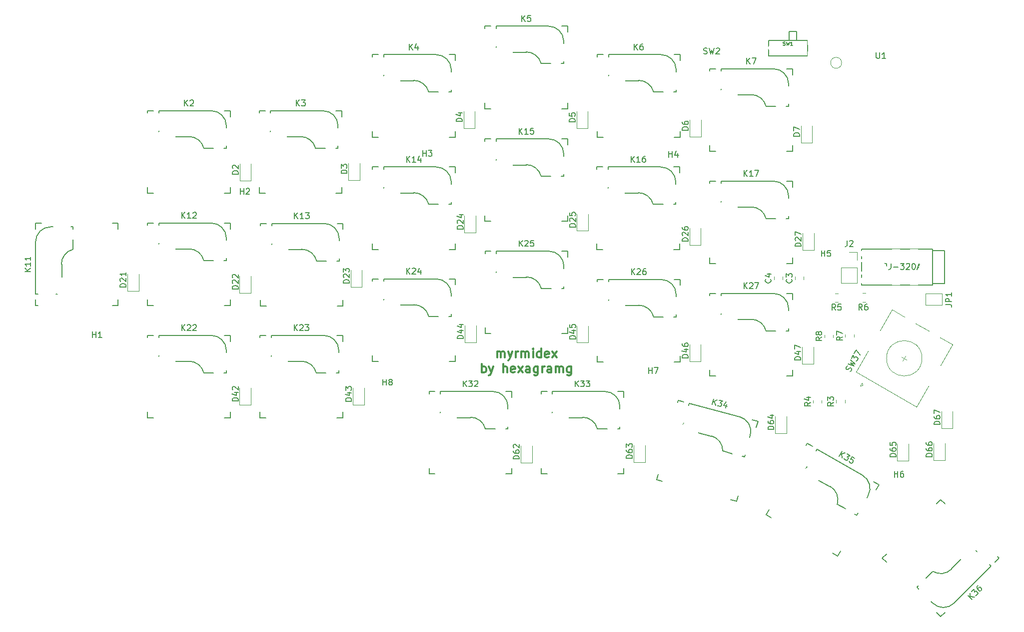
<source format=gto>
G04 #@! TF.GenerationSoftware,KiCad,Pcbnew,(5.1.10)-1*
G04 #@! TF.CreationDate,2021-10-25T12:29:25+03:00*
G04 #@! TF.ProjectId,main_pcb,6d61696e-5f70-4636-922e-6b696361645f,rev?*
G04 #@! TF.SameCoordinates,Original*
G04 #@! TF.FileFunction,Legend,Top*
G04 #@! TF.FilePolarity,Positive*
%FSLAX46Y46*%
G04 Gerber Fmt 4.6, Leading zero omitted, Abs format (unit mm)*
G04 Created by KiCad (PCBNEW (5.1.10)-1) date 2021-10-25 12:29:25*
%MOMM*%
%LPD*%
G01*
G04 APERTURE LIST*
%ADD10C,0.300000*%
%ADD11C,0.120000*%
%ADD12C,0.150000*%
%ADD13C,1.524000*%
%ADD14C,2.000000*%
%ADD15C,0.100000*%
%ADD16C,0.900000*%
%ADD17R,0.900000X1.300000*%
%ADD18R,1.000000X1.000000*%
%ADD19C,3.000000*%
%ADD20C,2.286000*%
%ADD21C,3.987800*%
%ADD22C,1.701800*%
%ADD23R,2.550000X2.500000*%
%ADD24R,2.500000X2.550000*%
%ADD25R,1.000000X1.500000*%
%ADD26O,1.700000X1.700000*%
%ADD27R,1.700000X1.700000*%
%ADD28O,3.000000X0.500000*%
%ADD29O,3.100000X1.300000*%
%ADD30C,1.500000*%
%ADD31O,2.200000X1.600000*%
%ADD32C,3.800000*%
G04 APERTURE END LIST*
D10*
X108243514Y-101536971D02*
X108243514Y-100536971D01*
X108243514Y-100679828D02*
X108314942Y-100608400D01*
X108457800Y-100536971D01*
X108672085Y-100536971D01*
X108814942Y-100608400D01*
X108886371Y-100751257D01*
X108886371Y-101536971D01*
X108886371Y-100751257D02*
X108957800Y-100608400D01*
X109100657Y-100536971D01*
X109314942Y-100536971D01*
X109457800Y-100608400D01*
X109529228Y-100751257D01*
X109529228Y-101536971D01*
X110100657Y-100536971D02*
X110457800Y-101536971D01*
X110814942Y-100536971D02*
X110457800Y-101536971D01*
X110314942Y-101894114D01*
X110243514Y-101965542D01*
X110100657Y-102036971D01*
X111386371Y-101536971D02*
X111386371Y-100536971D01*
X111386371Y-100822685D02*
X111457800Y-100679828D01*
X111529228Y-100608400D01*
X111672085Y-100536971D01*
X111814942Y-100536971D01*
X112314942Y-101536971D02*
X112314942Y-100536971D01*
X112314942Y-100679828D02*
X112386371Y-100608400D01*
X112529228Y-100536971D01*
X112743514Y-100536971D01*
X112886371Y-100608400D01*
X112957800Y-100751257D01*
X112957800Y-101536971D01*
X112957800Y-100751257D02*
X113029228Y-100608400D01*
X113172085Y-100536971D01*
X113386371Y-100536971D01*
X113529228Y-100608400D01*
X113600657Y-100751257D01*
X113600657Y-101536971D01*
X114314942Y-101536971D02*
X114314942Y-100536971D01*
X114314942Y-100036971D02*
X114243514Y-100108400D01*
X114314942Y-100179828D01*
X114386371Y-100108400D01*
X114314942Y-100036971D01*
X114314942Y-100179828D01*
X115672085Y-101536971D02*
X115672085Y-100036971D01*
X115672085Y-101465542D02*
X115529228Y-101536971D01*
X115243514Y-101536971D01*
X115100657Y-101465542D01*
X115029228Y-101394114D01*
X114957800Y-101251257D01*
X114957800Y-100822685D01*
X115029228Y-100679828D01*
X115100657Y-100608400D01*
X115243514Y-100536971D01*
X115529228Y-100536971D01*
X115672085Y-100608400D01*
X116957800Y-101465542D02*
X116814942Y-101536971D01*
X116529228Y-101536971D01*
X116386371Y-101465542D01*
X116314942Y-101322685D01*
X116314942Y-100751257D01*
X116386371Y-100608400D01*
X116529228Y-100536971D01*
X116814942Y-100536971D01*
X116957800Y-100608400D01*
X117029228Y-100751257D01*
X117029228Y-100894114D01*
X116314942Y-101036971D01*
X117529228Y-101536971D02*
X118314942Y-100536971D01*
X117529228Y-100536971D02*
X118314942Y-101536971D01*
X105636371Y-104086971D02*
X105636371Y-102586971D01*
X105636371Y-103158400D02*
X105779228Y-103086971D01*
X106064942Y-103086971D01*
X106207800Y-103158400D01*
X106279228Y-103229828D01*
X106350657Y-103372685D01*
X106350657Y-103801257D01*
X106279228Y-103944114D01*
X106207800Y-104015542D01*
X106064942Y-104086971D01*
X105779228Y-104086971D01*
X105636371Y-104015542D01*
X106850657Y-103086971D02*
X107207800Y-104086971D01*
X107564942Y-103086971D02*
X107207800Y-104086971D01*
X107064942Y-104444114D01*
X106993514Y-104515542D01*
X106850657Y-104586971D01*
X109279228Y-104086971D02*
X109279228Y-102586971D01*
X109922085Y-104086971D02*
X109922085Y-103301257D01*
X109850657Y-103158400D01*
X109707800Y-103086971D01*
X109493514Y-103086971D01*
X109350657Y-103158400D01*
X109279228Y-103229828D01*
X111207800Y-104015542D02*
X111064942Y-104086971D01*
X110779228Y-104086971D01*
X110636371Y-104015542D01*
X110564942Y-103872685D01*
X110564942Y-103301257D01*
X110636371Y-103158400D01*
X110779228Y-103086971D01*
X111064942Y-103086971D01*
X111207800Y-103158400D01*
X111279228Y-103301257D01*
X111279228Y-103444114D01*
X110564942Y-103586971D01*
X111779228Y-104086971D02*
X112564942Y-103086971D01*
X111779228Y-103086971D02*
X112564942Y-104086971D01*
X113779228Y-104086971D02*
X113779228Y-103301257D01*
X113707800Y-103158400D01*
X113564942Y-103086971D01*
X113279228Y-103086971D01*
X113136371Y-103158400D01*
X113779228Y-104015542D02*
X113636371Y-104086971D01*
X113279228Y-104086971D01*
X113136371Y-104015542D01*
X113064942Y-103872685D01*
X113064942Y-103729828D01*
X113136371Y-103586971D01*
X113279228Y-103515542D01*
X113636371Y-103515542D01*
X113779228Y-103444114D01*
X115136371Y-103086971D02*
X115136371Y-104301257D01*
X115064942Y-104444114D01*
X114993514Y-104515542D01*
X114850657Y-104586971D01*
X114636371Y-104586971D01*
X114493514Y-104515542D01*
X115136371Y-104015542D02*
X114993514Y-104086971D01*
X114707800Y-104086971D01*
X114564942Y-104015542D01*
X114493514Y-103944114D01*
X114422085Y-103801257D01*
X114422085Y-103372685D01*
X114493514Y-103229828D01*
X114564942Y-103158400D01*
X114707800Y-103086971D01*
X114993514Y-103086971D01*
X115136371Y-103158400D01*
X115850657Y-104086971D02*
X115850657Y-103086971D01*
X115850657Y-103372685D02*
X115922085Y-103229828D01*
X115993514Y-103158400D01*
X116136371Y-103086971D01*
X116279228Y-103086971D01*
X117422085Y-104086971D02*
X117422085Y-103301257D01*
X117350657Y-103158400D01*
X117207800Y-103086971D01*
X116922085Y-103086971D01*
X116779228Y-103158400D01*
X117422085Y-104015542D02*
X117279228Y-104086971D01*
X116922085Y-104086971D01*
X116779228Y-104015542D01*
X116707800Y-103872685D01*
X116707800Y-103729828D01*
X116779228Y-103586971D01*
X116922085Y-103515542D01*
X117279228Y-103515542D01*
X117422085Y-103444114D01*
X118136371Y-104086971D02*
X118136371Y-103086971D01*
X118136371Y-103229828D02*
X118207800Y-103158400D01*
X118350657Y-103086971D01*
X118564942Y-103086971D01*
X118707800Y-103158400D01*
X118779228Y-103301257D01*
X118779228Y-104086971D01*
X118779228Y-103301257D02*
X118850657Y-103158400D01*
X118993514Y-103086971D01*
X119207800Y-103086971D01*
X119350657Y-103158400D01*
X119422085Y-103301257D01*
X119422085Y-104086971D01*
X120779228Y-103086971D02*
X120779228Y-104301257D01*
X120707800Y-104444114D01*
X120636371Y-104515542D01*
X120493514Y-104586971D01*
X120279228Y-104586971D01*
X120136371Y-104515542D01*
X120779228Y-104015542D02*
X120636371Y-104086971D01*
X120350657Y-104086971D01*
X120207800Y-104015542D01*
X120136371Y-103944114D01*
X120064942Y-103801257D01*
X120064942Y-103372685D01*
X120136371Y-103229828D01*
X120207800Y-103158400D01*
X120350657Y-103086971D01*
X120636371Y-103086971D01*
X120779228Y-103158400D01*
D11*
X166598054Y-51550000D02*
G75*
G03*
X166598054Y-51550000I-930054J0D01*
G01*
X180205064Y-101665809D02*
G75*
G03*
X180205064Y-101665809I-3000000J0D01*
G01*
X173095514Y-96983759D02*
X175145514Y-93433055D01*
X185364613Y-99333055D02*
X183314613Y-102883759D01*
X181314613Y-106347860D02*
X179264613Y-109898564D01*
X171095514Y-100447860D02*
X169045514Y-103998564D01*
X169045514Y-103998564D02*
X179264613Y-109898564D01*
X170164167Y-106261000D02*
X169754359Y-106370808D01*
X169754359Y-106370808D02*
X170054359Y-105851192D01*
X170054359Y-105851192D02*
X170164167Y-106261000D01*
X175145514Y-93433055D02*
X177223975Y-94633055D01*
X179129230Y-95733055D02*
X181380897Y-97033055D01*
X183286152Y-98133055D02*
X185364613Y-99333055D01*
X176772051Y-101415809D02*
X177638076Y-101915809D01*
X176955064Y-102098822D02*
X177455064Y-101232797D01*
D12*
X159005000Y-47722800D02*
X159005000Y-46222800D01*
X159005000Y-46222800D02*
X157705000Y-46222800D01*
X157705000Y-47722800D02*
X157705000Y-46222800D01*
X154205000Y-47722800D02*
X160805000Y-47722800D01*
X160805000Y-47722800D02*
X160805000Y-50422800D01*
X160805000Y-50422800D02*
X154205000Y-50422800D01*
X154205000Y-50422800D02*
X154205000Y-47722800D01*
D11*
X165175000Y-98144064D02*
X165175000Y-97689936D01*
X163705000Y-98144064D02*
X163705000Y-97689936D01*
X168680000Y-98067864D02*
X168680000Y-97613736D01*
X167210000Y-98067864D02*
X167210000Y-97613736D01*
X170181936Y-92098800D02*
X170636064Y-92098800D01*
X170181936Y-90628800D02*
X170636064Y-90628800D01*
X165962064Y-90654200D02*
X165507936Y-90654200D01*
X165962064Y-92124200D02*
X165507936Y-92124200D01*
X163244000Y-109218064D02*
X163244000Y-108763936D01*
X161774000Y-109218064D02*
X161774000Y-108763936D01*
X167156000Y-109193064D02*
X167156000Y-108738936D01*
X165686000Y-109193064D02*
X165686000Y-108738936D01*
D12*
X193007481Y-135279986D02*
X193287495Y-135560000D01*
X193287495Y-135560000D02*
X192580388Y-136267107D01*
X182680893Y-126367612D02*
X183388000Y-125660505D01*
X183388000Y-125660505D02*
X184095107Y-126367612D01*
X174195612Y-136267107D02*
X173488505Y-135560000D01*
X173488505Y-135560000D02*
X174195612Y-134852893D01*
X184095107Y-144752388D02*
X183388000Y-145459495D01*
X183388000Y-145459495D02*
X182680893Y-144752388D01*
X185633064Y-143193218D02*
X191919243Y-136907038D01*
X191919243Y-136907038D02*
X191649836Y-136637631D01*
X189494574Y-134482369D02*
X189225166Y-134212962D01*
X186800497Y-135739605D02*
X185184051Y-137356051D01*
X182040962Y-137805064D02*
X180873528Y-138972497D01*
X179616292Y-140229733D02*
X179346885Y-140499141D01*
X179346885Y-140499141D02*
X179616292Y-140768549D01*
X182040962Y-143193218D02*
X181771554Y-142923810D01*
X185633065Y-143193217D02*
G75*
G02*
X182040962Y-143193218I-1796052J1796051D01*
G01*
X185239326Y-137411327D02*
G75*
G02*
X182040962Y-137805063I-1851326J1851327D01*
G01*
X160586822Y-116434768D02*
X160784822Y-116091822D01*
X160784822Y-116091822D02*
X161650848Y-116591822D01*
X154650848Y-128716178D02*
X153784822Y-128216178D01*
X153784822Y-128216178D02*
X154284822Y-127350152D01*
X166409178Y-134350152D02*
X165909178Y-135216178D01*
X165909178Y-135216178D02*
X165043152Y-134716178D01*
X172043152Y-122591822D02*
X172909178Y-123091822D01*
X172909178Y-123091822D02*
X172409178Y-123957848D01*
X170139057Y-121509813D02*
X162440091Y-117064813D01*
X162440091Y-117064813D02*
X162249591Y-117394768D01*
X160725591Y-120034414D02*
X160535091Y-120364369D01*
X162637266Y-122311295D02*
X164617000Y-123454295D01*
X165864205Y-126374074D02*
X167294012Y-127199574D01*
X168833806Y-128088574D02*
X169163761Y-128279074D01*
X169163761Y-128279074D02*
X169354261Y-127949118D01*
X171068761Y-124979517D02*
X170878261Y-125309473D01*
X170139057Y-121509813D02*
G75*
G02*
X171068761Y-124979517I-1270000J-2199704D01*
G01*
X164656086Y-123386598D02*
G75*
G02*
X165864203Y-126374074I-1309086J-2267402D01*
G01*
X138787760Y-109157293D02*
X138890253Y-108774786D01*
X138890253Y-108774786D02*
X139856178Y-109033605D01*
X136232712Y-122556567D02*
X135266786Y-122297747D01*
X135266786Y-122297747D02*
X135525605Y-121331822D01*
X149048567Y-124955288D02*
X148789747Y-125921214D01*
X148789747Y-125921214D02*
X147823822Y-125662395D01*
X151447288Y-112139433D02*
X152413214Y-112398253D01*
X152413214Y-112398253D02*
X152154395Y-113364178D01*
X149328028Y-111587109D02*
X140740948Y-109286207D01*
X140740948Y-109286207D02*
X140642338Y-109654225D01*
X139853457Y-112598367D02*
X139754847Y-112966385D01*
X142289294Y-114302888D02*
X144497400Y-114894548D01*
X146457802Y-117392037D02*
X148052545Y-117819348D01*
X149769961Y-118279528D02*
X150137979Y-118378138D01*
X150137979Y-118378138D02*
X150236589Y-118010120D01*
X151124080Y-114697961D02*
X151025470Y-115065978D01*
X149328029Y-111587108D02*
G75*
G02*
X151124080Y-114697961I-657401J-2453452D01*
G01*
X144517633Y-114819042D02*
G75*
G02*
X146457800Y-117392038I-677633J-2528958D01*
G01*
X115682000Y-107671000D02*
X115682000Y-107275000D01*
X115682000Y-107275000D02*
X116682000Y-107275000D01*
X116682000Y-121275000D02*
X115682000Y-121275000D01*
X115682000Y-121275000D02*
X115682000Y-120275000D01*
X129682000Y-120275000D02*
X129682000Y-121275000D01*
X129682000Y-121275000D02*
X128682000Y-121275000D01*
X128682000Y-107275000D02*
X129682000Y-107275000D01*
X129682000Y-107275000D02*
X129682000Y-108275000D01*
X126492000Y-107290000D02*
X117602000Y-107290000D01*
X117602000Y-107290000D02*
X117602000Y-107671000D01*
X117602000Y-110719000D02*
X117602000Y-111100000D01*
X120396000Y-111735000D02*
X122682000Y-111735000D01*
X125222000Y-113640000D02*
X126873000Y-113640000D01*
X128651000Y-113640000D02*
X129032000Y-113640000D01*
X129032000Y-113640000D02*
X129032000Y-113259000D01*
X129032000Y-109830000D02*
X129032000Y-110211000D01*
X126492000Y-107290000D02*
G75*
G02*
X129032000Y-109830000I0J-2540000D01*
G01*
X122682001Y-111656829D02*
G75*
G02*
X125221999Y-113640001I-1J-2618171D01*
G01*
X96708000Y-107671000D02*
X96708000Y-107275000D01*
X96708000Y-107275000D02*
X97708000Y-107275000D01*
X97708000Y-121275000D02*
X96708000Y-121275000D01*
X96708000Y-121275000D02*
X96708000Y-120275000D01*
X110708000Y-120275000D02*
X110708000Y-121275000D01*
X110708000Y-121275000D02*
X109708000Y-121275000D01*
X109708000Y-107275000D02*
X110708000Y-107275000D01*
X110708000Y-107275000D02*
X110708000Y-108275000D01*
X107518000Y-107290000D02*
X98628000Y-107290000D01*
X98628000Y-107290000D02*
X98628000Y-107671000D01*
X98628000Y-110719000D02*
X98628000Y-111100000D01*
X101422000Y-111735000D02*
X103708000Y-111735000D01*
X106248000Y-113640000D02*
X107899000Y-113640000D01*
X109677000Y-113640000D02*
X110058000Y-113640000D01*
X110058000Y-113640000D02*
X110058000Y-113259000D01*
X110058000Y-109830000D02*
X110058000Y-110211000D01*
X107518000Y-107290000D02*
G75*
G02*
X110058000Y-109830000I0J-2540000D01*
G01*
X103708001Y-111656829D02*
G75*
G02*
X106247999Y-113640001I-1J-2618171D01*
G01*
X144257000Y-91059000D02*
X144257000Y-90663000D01*
X144257000Y-90663000D02*
X145257000Y-90663000D01*
X145257000Y-104663000D02*
X144257000Y-104663000D01*
X144257000Y-104663000D02*
X144257000Y-103663000D01*
X158257000Y-103663000D02*
X158257000Y-104663000D01*
X158257000Y-104663000D02*
X157257000Y-104663000D01*
X157257000Y-90663000D02*
X158257000Y-90663000D01*
X158257000Y-90663000D02*
X158257000Y-91663000D01*
X155067000Y-90678000D02*
X146177000Y-90678000D01*
X146177000Y-90678000D02*
X146177000Y-91059000D01*
X146177000Y-94107000D02*
X146177000Y-94488000D01*
X148971000Y-95123000D02*
X151257000Y-95123000D01*
X153797000Y-97028000D02*
X155448000Y-97028000D01*
X157226000Y-97028000D02*
X157607000Y-97028000D01*
X157607000Y-97028000D02*
X157607000Y-96647000D01*
X157607000Y-93218000D02*
X157607000Y-93599000D01*
X155067000Y-90678000D02*
G75*
G02*
X157607000Y-93218000I0J-2540000D01*
G01*
X151257001Y-95044829D02*
G75*
G02*
X153796999Y-97028001I-1J-2618171D01*
G01*
X125212000Y-88676500D02*
X125212000Y-88280500D01*
X125212000Y-88280500D02*
X126212000Y-88280500D01*
X126212000Y-102280500D02*
X125212000Y-102280500D01*
X125212000Y-102280500D02*
X125212000Y-101280500D01*
X139212000Y-101280500D02*
X139212000Y-102280500D01*
X139212000Y-102280500D02*
X138212000Y-102280500D01*
X138212000Y-88280500D02*
X139212000Y-88280500D01*
X139212000Y-88280500D02*
X139212000Y-89280500D01*
X136022000Y-88295500D02*
X127132000Y-88295500D01*
X127132000Y-88295500D02*
X127132000Y-88676500D01*
X127132000Y-91724500D02*
X127132000Y-92105500D01*
X129926000Y-92740500D02*
X132212000Y-92740500D01*
X134752000Y-94645500D02*
X136403000Y-94645500D01*
X138181000Y-94645500D02*
X138562000Y-94645500D01*
X138562000Y-94645500D02*
X138562000Y-94264500D01*
X138562000Y-90835500D02*
X138562000Y-91216500D01*
X136022000Y-88295500D02*
G75*
G02*
X138562000Y-90835500I0J-2540000D01*
G01*
X132212001Y-92662329D02*
G75*
G02*
X134751999Y-94645501I-1J-2618171D01*
G01*
X106187000Y-83875900D02*
X106187000Y-83479900D01*
X106187000Y-83479900D02*
X107187000Y-83479900D01*
X107187000Y-97479900D02*
X106187000Y-97479900D01*
X106187000Y-97479900D02*
X106187000Y-96479900D01*
X120187000Y-96479900D02*
X120187000Y-97479900D01*
X120187000Y-97479900D02*
X119187000Y-97479900D01*
X119187000Y-83479900D02*
X120187000Y-83479900D01*
X120187000Y-83479900D02*
X120187000Y-84479900D01*
X116997000Y-83494900D02*
X108107000Y-83494900D01*
X108107000Y-83494900D02*
X108107000Y-83875900D01*
X108107000Y-86923900D02*
X108107000Y-87304900D01*
X110901000Y-87939900D02*
X113187000Y-87939900D01*
X115727000Y-89844900D02*
X117378000Y-89844900D01*
X119156000Y-89844900D02*
X119537000Y-89844900D01*
X119537000Y-89844900D02*
X119537000Y-89463900D01*
X119537000Y-86034900D02*
X119537000Y-86415900D01*
X116997000Y-83494900D02*
G75*
G02*
X119537000Y-86034900I0J-2540000D01*
G01*
X113187001Y-87861729D02*
G75*
G02*
X115726999Y-89844901I-1J-2618171D01*
G01*
X87107000Y-88582500D02*
X87107000Y-88186500D01*
X87107000Y-88186500D02*
X88107000Y-88186500D01*
X88107000Y-102186500D02*
X87107000Y-102186500D01*
X87107000Y-102186500D02*
X87107000Y-101186500D01*
X101107000Y-101186500D02*
X101107000Y-102186500D01*
X101107000Y-102186500D02*
X100107000Y-102186500D01*
X100107000Y-88186500D02*
X101107000Y-88186500D01*
X101107000Y-88186500D02*
X101107000Y-89186500D01*
X97917000Y-88201500D02*
X89027000Y-88201500D01*
X89027000Y-88201500D02*
X89027000Y-88582500D01*
X89027000Y-91630500D02*
X89027000Y-92011500D01*
X91821000Y-92646500D02*
X94107000Y-92646500D01*
X96647000Y-94551500D02*
X98298000Y-94551500D01*
X100076000Y-94551500D02*
X100457000Y-94551500D01*
X100457000Y-94551500D02*
X100457000Y-94170500D01*
X100457000Y-90741500D02*
X100457000Y-91122500D01*
X97917000Y-88201500D02*
G75*
G02*
X100457000Y-90741500I0J-2540000D01*
G01*
X94107001Y-92568329D02*
G75*
G02*
X96646999Y-94551501I-1J-2618171D01*
G01*
X68057000Y-98171000D02*
X68057000Y-97775000D01*
X68057000Y-97775000D02*
X69057000Y-97775000D01*
X69057000Y-111775000D02*
X68057000Y-111775000D01*
X68057000Y-111775000D02*
X68057000Y-110775000D01*
X82057000Y-110775000D02*
X82057000Y-111775000D01*
X82057000Y-111775000D02*
X81057000Y-111775000D01*
X81057000Y-97775000D02*
X82057000Y-97775000D01*
X82057000Y-97775000D02*
X82057000Y-98775000D01*
X78867000Y-97790000D02*
X69977000Y-97790000D01*
X69977000Y-97790000D02*
X69977000Y-98171000D01*
X69977000Y-101219000D02*
X69977000Y-101600000D01*
X72771000Y-102235000D02*
X75057000Y-102235000D01*
X77597000Y-104140000D02*
X79248000Y-104140000D01*
X81026000Y-104140000D02*
X81407000Y-104140000D01*
X81407000Y-104140000D02*
X81407000Y-103759000D01*
X81407000Y-100330000D02*
X81407000Y-100711000D01*
X78867000Y-97790000D02*
G75*
G02*
X81407000Y-100330000I0J-2540000D01*
G01*
X75057001Y-102156829D02*
G75*
G02*
X77596999Y-104140001I-1J-2618171D01*
G01*
X49007000Y-98171000D02*
X49007000Y-97775000D01*
X49007000Y-97775000D02*
X50007000Y-97775000D01*
X50007000Y-111775000D02*
X49007000Y-111775000D01*
X49007000Y-111775000D02*
X49007000Y-110775000D01*
X63007000Y-110775000D02*
X63007000Y-111775000D01*
X63007000Y-111775000D02*
X62007000Y-111775000D01*
X62007000Y-97775000D02*
X63007000Y-97775000D01*
X63007000Y-97775000D02*
X63007000Y-98775000D01*
X59817000Y-97790000D02*
X50927000Y-97790000D01*
X50927000Y-97790000D02*
X50927000Y-98171000D01*
X50927000Y-101219000D02*
X50927000Y-101600000D01*
X53721000Y-102235000D02*
X56007000Y-102235000D01*
X58547000Y-104140000D02*
X60198000Y-104140000D01*
X61976000Y-104140000D02*
X62357000Y-104140000D01*
X62357000Y-104140000D02*
X62357000Y-103759000D01*
X62357000Y-100330000D02*
X62357000Y-100711000D01*
X59817000Y-97790000D02*
G75*
G02*
X62357000Y-100330000I0J-2540000D01*
G01*
X56007001Y-102156829D02*
G75*
G02*
X58546999Y-104140001I-1J-2618171D01*
G01*
X144257000Y-72009000D02*
X144257000Y-71613000D01*
X144257000Y-71613000D02*
X145257000Y-71613000D01*
X145257000Y-85613000D02*
X144257000Y-85613000D01*
X144257000Y-85613000D02*
X144257000Y-84613000D01*
X158257000Y-84613000D02*
X158257000Y-85613000D01*
X158257000Y-85613000D02*
X157257000Y-85613000D01*
X157257000Y-71613000D02*
X158257000Y-71613000D01*
X158257000Y-71613000D02*
X158257000Y-72613000D01*
X155067000Y-71628000D02*
X146177000Y-71628000D01*
X146177000Y-71628000D02*
X146177000Y-72009000D01*
X146177000Y-75057000D02*
X146177000Y-75438000D01*
X148971000Y-76073000D02*
X151257000Y-76073000D01*
X153797000Y-77978000D02*
X155448000Y-77978000D01*
X157226000Y-77978000D02*
X157607000Y-77978000D01*
X157607000Y-77978000D02*
X157607000Y-77597000D01*
X157607000Y-74168000D02*
X157607000Y-74549000D01*
X155067000Y-71628000D02*
G75*
G02*
X157607000Y-74168000I0J-2540000D01*
G01*
X151257001Y-75994829D02*
G75*
G02*
X153796999Y-77978001I-1J-2618171D01*
G01*
X125144000Y-69596000D02*
X125144000Y-69200000D01*
X125144000Y-69200000D02*
X126144000Y-69200000D01*
X126144000Y-83200000D02*
X125144000Y-83200000D01*
X125144000Y-83200000D02*
X125144000Y-82200000D01*
X139144000Y-82200000D02*
X139144000Y-83200000D01*
X139144000Y-83200000D02*
X138144000Y-83200000D01*
X138144000Y-69200000D02*
X139144000Y-69200000D01*
X139144000Y-69200000D02*
X139144000Y-70200000D01*
X135954000Y-69215000D02*
X127064000Y-69215000D01*
X127064000Y-69215000D02*
X127064000Y-69596000D01*
X127064000Y-72644000D02*
X127064000Y-73025000D01*
X129858000Y-73660000D02*
X132144000Y-73660000D01*
X134684000Y-75565000D02*
X136335000Y-75565000D01*
X138113000Y-75565000D02*
X138494000Y-75565000D01*
X138494000Y-75565000D02*
X138494000Y-75184000D01*
X138494000Y-71755000D02*
X138494000Y-72136000D01*
X135954000Y-69215000D02*
G75*
G02*
X138494000Y-71755000I0J-2540000D01*
G01*
X132144001Y-73581829D02*
G75*
G02*
X134683999Y-75565001I-1J-2618171D01*
G01*
X106157000Y-64833500D02*
X106157000Y-64437500D01*
X106157000Y-64437500D02*
X107157000Y-64437500D01*
X107157000Y-78437500D02*
X106157000Y-78437500D01*
X106157000Y-78437500D02*
X106157000Y-77437500D01*
X120157000Y-77437500D02*
X120157000Y-78437500D01*
X120157000Y-78437500D02*
X119157000Y-78437500D01*
X119157000Y-64437500D02*
X120157000Y-64437500D01*
X120157000Y-64437500D02*
X120157000Y-65437500D01*
X116967000Y-64452500D02*
X108077000Y-64452500D01*
X108077000Y-64452500D02*
X108077000Y-64833500D01*
X108077000Y-67881500D02*
X108077000Y-68262500D01*
X110871000Y-68897500D02*
X113157000Y-68897500D01*
X115697000Y-70802500D02*
X117348000Y-70802500D01*
X119126000Y-70802500D02*
X119507000Y-70802500D01*
X119507000Y-70802500D02*
X119507000Y-70421500D01*
X119507000Y-66992500D02*
X119507000Y-67373500D01*
X116967000Y-64452500D02*
G75*
G02*
X119507000Y-66992500I0J-2540000D01*
G01*
X113157001Y-68819329D02*
G75*
G02*
X115696999Y-70802501I-1J-2618171D01*
G01*
X87107000Y-69596000D02*
X87107000Y-69200000D01*
X87107000Y-69200000D02*
X88107000Y-69200000D01*
X88107000Y-83200000D02*
X87107000Y-83200000D01*
X87107000Y-83200000D02*
X87107000Y-82200000D01*
X101107000Y-82200000D02*
X101107000Y-83200000D01*
X101107000Y-83200000D02*
X100107000Y-83200000D01*
X100107000Y-69200000D02*
X101107000Y-69200000D01*
X101107000Y-69200000D02*
X101107000Y-70200000D01*
X97917000Y-69215000D02*
X89027000Y-69215000D01*
X89027000Y-69215000D02*
X89027000Y-69596000D01*
X89027000Y-72644000D02*
X89027000Y-73025000D01*
X91821000Y-73660000D02*
X94107000Y-73660000D01*
X96647000Y-75565000D02*
X98298000Y-75565000D01*
X100076000Y-75565000D02*
X100457000Y-75565000D01*
X100457000Y-75565000D02*
X100457000Y-75184000D01*
X100457000Y-71755000D02*
X100457000Y-72136000D01*
X97917000Y-69215000D02*
G75*
G02*
X100457000Y-71755000I0J-2540000D01*
G01*
X94107001Y-73581829D02*
G75*
G02*
X96646999Y-75565001I-1J-2618171D01*
G01*
X68120500Y-79184500D02*
X68120500Y-78788500D01*
X68120500Y-78788500D02*
X69120500Y-78788500D01*
X69120500Y-92788500D02*
X68120500Y-92788500D01*
X68120500Y-92788500D02*
X68120500Y-91788500D01*
X82120500Y-91788500D02*
X82120500Y-92788500D01*
X82120500Y-92788500D02*
X81120500Y-92788500D01*
X81120500Y-78788500D02*
X82120500Y-78788500D01*
X82120500Y-78788500D02*
X82120500Y-79788500D01*
X78930500Y-78803500D02*
X70040500Y-78803500D01*
X70040500Y-78803500D02*
X70040500Y-79184500D01*
X70040500Y-82232500D02*
X70040500Y-82613500D01*
X72834500Y-83248500D02*
X75120500Y-83248500D01*
X77660500Y-85153500D02*
X79311500Y-85153500D01*
X81089500Y-85153500D02*
X81470500Y-85153500D01*
X81470500Y-85153500D02*
X81470500Y-84772500D01*
X81470500Y-81343500D02*
X81470500Y-81724500D01*
X78930500Y-78803500D02*
G75*
G02*
X81470500Y-81343500I0J-2540000D01*
G01*
X75120501Y-83170329D02*
G75*
G02*
X77660499Y-85153501I-1J-2618171D01*
G01*
X49007000Y-79121000D02*
X49007000Y-78725000D01*
X49007000Y-78725000D02*
X50007000Y-78725000D01*
X50007000Y-92725000D02*
X49007000Y-92725000D01*
X49007000Y-92725000D02*
X49007000Y-91725000D01*
X63007000Y-91725000D02*
X63007000Y-92725000D01*
X63007000Y-92725000D02*
X62007000Y-92725000D01*
X62007000Y-78725000D02*
X63007000Y-78725000D01*
X63007000Y-78725000D02*
X63007000Y-79725000D01*
X59817000Y-78740000D02*
X50927000Y-78740000D01*
X50927000Y-78740000D02*
X50927000Y-79121000D01*
X50927000Y-82169000D02*
X50927000Y-82550000D01*
X53721000Y-83185000D02*
X56007000Y-83185000D01*
X58547000Y-85090000D02*
X60198000Y-85090000D01*
X61976000Y-85090000D02*
X62357000Y-85090000D01*
X62357000Y-85090000D02*
X62357000Y-84709000D01*
X62357000Y-81280000D02*
X62357000Y-81661000D01*
X59817000Y-78740000D02*
G75*
G02*
X62357000Y-81280000I0J-2540000D01*
G01*
X56007001Y-83106829D02*
G75*
G02*
X58546999Y-85090001I-1J-2618171D01*
G01*
X30416500Y-92725000D02*
X30020500Y-92725000D01*
X30020500Y-92725000D02*
X30020500Y-91725000D01*
X44020500Y-91725000D02*
X44020500Y-92725000D01*
X44020500Y-92725000D02*
X43020500Y-92725000D01*
X43020500Y-78725000D02*
X44020500Y-78725000D01*
X44020500Y-78725000D02*
X44020500Y-79725000D01*
X30020500Y-79725000D02*
X30020500Y-78725000D01*
X30020500Y-78725000D02*
X31020500Y-78725000D01*
X30035500Y-81915000D02*
X30035500Y-90805000D01*
X30035500Y-90805000D02*
X30416500Y-90805000D01*
X33464500Y-90805000D02*
X33845500Y-90805000D01*
X34480500Y-88011000D02*
X34480500Y-85725000D01*
X36385500Y-83185000D02*
X36385500Y-81534000D01*
X36385500Y-79756000D02*
X36385500Y-79375000D01*
X36385500Y-79375000D02*
X36004500Y-79375000D01*
X32575500Y-79375000D02*
X32956500Y-79375000D01*
X30035500Y-81915000D02*
G75*
G02*
X32575500Y-79375000I2540000J0D01*
G01*
X34402329Y-85724999D02*
G75*
G02*
X36385501Y-83185001I2618171J-1D01*
G01*
X144257000Y-52959000D02*
X144257000Y-52563000D01*
X144257000Y-52563000D02*
X145257000Y-52563000D01*
X145257000Y-66563000D02*
X144257000Y-66563000D01*
X144257000Y-66563000D02*
X144257000Y-65563000D01*
X158257000Y-65563000D02*
X158257000Y-66563000D01*
X158257000Y-66563000D02*
X157257000Y-66563000D01*
X157257000Y-52563000D02*
X158257000Y-52563000D01*
X158257000Y-52563000D02*
X158257000Y-53563000D01*
X155067000Y-52578000D02*
X146177000Y-52578000D01*
X146177000Y-52578000D02*
X146177000Y-52959000D01*
X146177000Y-56007000D02*
X146177000Y-56388000D01*
X148971000Y-57023000D02*
X151257000Y-57023000D01*
X153797000Y-58928000D02*
X155448000Y-58928000D01*
X157226000Y-58928000D02*
X157607000Y-58928000D01*
X157607000Y-58928000D02*
X157607000Y-58547000D01*
X157607000Y-55118000D02*
X157607000Y-55499000D01*
X155067000Y-52578000D02*
G75*
G02*
X157607000Y-55118000I0J-2540000D01*
G01*
X151257001Y-56944829D02*
G75*
G02*
X153796999Y-58928001I-1J-2618171D01*
G01*
X125207000Y-50546000D02*
X125207000Y-50150000D01*
X125207000Y-50150000D02*
X126207000Y-50150000D01*
X126207000Y-64150000D02*
X125207000Y-64150000D01*
X125207000Y-64150000D02*
X125207000Y-63150000D01*
X139207000Y-63150000D02*
X139207000Y-64150000D01*
X139207000Y-64150000D02*
X138207000Y-64150000D01*
X138207000Y-50150000D02*
X139207000Y-50150000D01*
X139207000Y-50150000D02*
X139207000Y-51150000D01*
X136017000Y-50165000D02*
X127127000Y-50165000D01*
X127127000Y-50165000D02*
X127127000Y-50546000D01*
X127127000Y-53594000D02*
X127127000Y-53975000D01*
X129921000Y-54610000D02*
X132207000Y-54610000D01*
X134747000Y-56515000D02*
X136398000Y-56515000D01*
X138176000Y-56515000D02*
X138557000Y-56515000D01*
X138557000Y-56515000D02*
X138557000Y-56134000D01*
X138557000Y-52705000D02*
X138557000Y-53086000D01*
X136017000Y-50165000D02*
G75*
G02*
X138557000Y-52705000I0J-2540000D01*
G01*
X132207001Y-54531829D02*
G75*
G02*
X134746999Y-56515001I-1J-2618171D01*
G01*
X106157000Y-45720000D02*
X106157000Y-45324000D01*
X106157000Y-45324000D02*
X107157000Y-45324000D01*
X107157000Y-59324000D02*
X106157000Y-59324000D01*
X106157000Y-59324000D02*
X106157000Y-58324000D01*
X120157000Y-58324000D02*
X120157000Y-59324000D01*
X120157000Y-59324000D02*
X119157000Y-59324000D01*
X119157000Y-45324000D02*
X120157000Y-45324000D01*
X120157000Y-45324000D02*
X120157000Y-46324000D01*
X116967000Y-45339000D02*
X108077000Y-45339000D01*
X108077000Y-45339000D02*
X108077000Y-45720000D01*
X108077000Y-48768000D02*
X108077000Y-49149000D01*
X110871000Y-49784000D02*
X113157000Y-49784000D01*
X115697000Y-51689000D02*
X117348000Y-51689000D01*
X119126000Y-51689000D02*
X119507000Y-51689000D01*
X119507000Y-51689000D02*
X119507000Y-51308000D01*
X119507000Y-47879000D02*
X119507000Y-48260000D01*
X116967000Y-45339000D02*
G75*
G02*
X119507000Y-47879000I0J-2540000D01*
G01*
X113157001Y-49705829D02*
G75*
G02*
X115696999Y-51689001I-1J-2618171D01*
G01*
X87107000Y-50546000D02*
X87107000Y-50150000D01*
X87107000Y-50150000D02*
X88107000Y-50150000D01*
X88107000Y-64150000D02*
X87107000Y-64150000D01*
X87107000Y-64150000D02*
X87107000Y-63150000D01*
X101107000Y-63150000D02*
X101107000Y-64150000D01*
X101107000Y-64150000D02*
X100107000Y-64150000D01*
X100107000Y-50150000D02*
X101107000Y-50150000D01*
X101107000Y-50150000D02*
X101107000Y-51150000D01*
X97917000Y-50165000D02*
X89027000Y-50165000D01*
X89027000Y-50165000D02*
X89027000Y-50546000D01*
X89027000Y-53594000D02*
X89027000Y-53975000D01*
X91821000Y-54610000D02*
X94107000Y-54610000D01*
X96647000Y-56515000D02*
X98298000Y-56515000D01*
X100076000Y-56515000D02*
X100457000Y-56515000D01*
X100457000Y-56515000D02*
X100457000Y-56134000D01*
X100457000Y-52705000D02*
X100457000Y-53086000D01*
X97917000Y-50165000D02*
G75*
G02*
X100457000Y-52705000I0J-2540000D01*
G01*
X94107001Y-54531829D02*
G75*
G02*
X96646999Y-56515001I-1J-2618171D01*
G01*
X67930000Y-60071000D02*
X67930000Y-59675000D01*
X67930000Y-59675000D02*
X68930000Y-59675000D01*
X68930000Y-73675000D02*
X67930000Y-73675000D01*
X67930000Y-73675000D02*
X67930000Y-72675000D01*
X81930000Y-72675000D02*
X81930000Y-73675000D01*
X81930000Y-73675000D02*
X80930000Y-73675000D01*
X80930000Y-59675000D02*
X81930000Y-59675000D01*
X81930000Y-59675000D02*
X81930000Y-60675000D01*
X78740000Y-59690000D02*
X69850000Y-59690000D01*
X69850000Y-59690000D02*
X69850000Y-60071000D01*
X69850000Y-63119000D02*
X69850000Y-63500000D01*
X72644000Y-64135000D02*
X74930000Y-64135000D01*
X77470000Y-66040000D02*
X79121000Y-66040000D01*
X80899000Y-66040000D02*
X81280000Y-66040000D01*
X81280000Y-66040000D02*
X81280000Y-65659000D01*
X81280000Y-62230000D02*
X81280000Y-62611000D01*
X78740000Y-59690000D02*
G75*
G02*
X81280000Y-62230000I0J-2540000D01*
G01*
X74930001Y-64056829D02*
G75*
G02*
X77469999Y-66040001I-1J-2618171D01*
G01*
X49007000Y-60071000D02*
X49007000Y-59675000D01*
X49007000Y-59675000D02*
X50007000Y-59675000D01*
X50007000Y-73675000D02*
X49007000Y-73675000D01*
X49007000Y-73675000D02*
X49007000Y-72675000D01*
X63007000Y-72675000D02*
X63007000Y-73675000D01*
X63007000Y-73675000D02*
X62007000Y-73675000D01*
X62007000Y-59675000D02*
X63007000Y-59675000D01*
X63007000Y-59675000D02*
X63007000Y-60675000D01*
X59817000Y-59690000D02*
X50927000Y-59690000D01*
X50927000Y-59690000D02*
X50927000Y-60071000D01*
X50927000Y-63119000D02*
X50927000Y-63500000D01*
X53721000Y-64135000D02*
X56007000Y-64135000D01*
X58547000Y-66040000D02*
X60198000Y-66040000D01*
X61976000Y-66040000D02*
X62357000Y-66040000D01*
X62357000Y-66040000D02*
X62357000Y-65659000D01*
X62357000Y-62230000D02*
X62357000Y-62611000D01*
X59817000Y-59690000D02*
G75*
G02*
X62357000Y-62230000I0J-2540000D01*
G01*
X56007001Y-64056829D02*
G75*
G02*
X58546999Y-66040001I-1J-2618171D01*
G01*
D11*
X180845000Y-90668600D02*
X183645000Y-90668600D01*
X183645000Y-90668600D02*
X183645000Y-92668600D01*
X183645000Y-92668600D02*
X180845000Y-92668600D01*
X180845000Y-92668600D02*
X180845000Y-90668600D01*
X167869000Y-83683800D02*
X169199000Y-83683800D01*
X169199000Y-83683800D02*
X169199000Y-85013800D01*
X169199000Y-86283800D02*
X169199000Y-88883800D01*
X166539000Y-88883800D02*
X169199000Y-88883800D01*
X166539000Y-86283800D02*
X166539000Y-88883800D01*
X166539000Y-86283800D02*
X169199000Y-86283800D01*
D12*
X182040500Y-89237250D02*
X169940500Y-89237250D01*
X182040500Y-88987250D02*
X184040500Y-88987250D01*
X182040500Y-89237250D02*
X182040500Y-83137250D01*
X169940500Y-89237250D02*
X169940500Y-83137250D01*
X182040500Y-83137250D02*
X169940500Y-83137250D01*
X182040500Y-83387250D02*
X184040500Y-83387250D01*
X184040500Y-88987250D02*
X184040500Y-83387250D01*
D11*
X185415000Y-113544000D02*
X185415000Y-110684000D01*
X183495000Y-113544000D02*
X185415000Y-113544000D01*
X183495000Y-110684000D02*
X183495000Y-113544000D01*
X184094000Y-118979000D02*
X184094000Y-116119000D01*
X182174000Y-118979000D02*
X184094000Y-118979000D01*
X182174000Y-116119000D02*
X182174000Y-118979000D01*
X177947000Y-119005000D02*
X177947000Y-116145000D01*
X176027000Y-119005000D02*
X177947000Y-119005000D01*
X176027000Y-116145000D02*
X176027000Y-119005000D01*
X157272000Y-114382000D02*
X157272000Y-111522000D01*
X155352000Y-114382000D02*
X157272000Y-114382000D01*
X155352000Y-111522000D02*
X155352000Y-114382000D01*
X133294000Y-119259000D02*
X133294000Y-116399000D01*
X131374000Y-119259000D02*
X133294000Y-119259000D01*
X131374000Y-116399000D02*
X131374000Y-119259000D01*
X114142000Y-119386000D02*
X114142000Y-116526000D01*
X112222000Y-119386000D02*
X114142000Y-119386000D01*
X112222000Y-116526000D02*
X112222000Y-119386000D01*
X161818000Y-102596000D02*
X161818000Y-99736000D01*
X159898000Y-102596000D02*
X161818000Y-102596000D01*
X159898000Y-99736000D02*
X159898000Y-102596000D01*
X142743000Y-102215000D02*
X142743000Y-99355000D01*
X140823000Y-102215000D02*
X142743000Y-102215000D01*
X140823000Y-99355000D02*
X140823000Y-102215000D01*
X123667000Y-99015000D02*
X123667000Y-96155000D01*
X121747000Y-99015000D02*
X123667000Y-99015000D01*
X121747000Y-96155000D02*
X121747000Y-99015000D01*
X104668000Y-98989600D02*
X104668000Y-96129600D01*
X102748000Y-98989600D02*
X104668000Y-98989600D01*
X102748000Y-96129600D02*
X102748000Y-98989600D01*
X85719800Y-109581000D02*
X85719800Y-106721000D01*
X83799800Y-109581000D02*
X85719800Y-109581000D01*
X83799800Y-106721000D02*
X83799800Y-109581000D01*
X66517400Y-109556000D02*
X66517400Y-106696000D01*
X64597400Y-109556000D02*
X66517400Y-109556000D01*
X64597400Y-106696000D02*
X64597400Y-109556000D01*
X161894000Y-83317800D02*
X161894000Y-80457800D01*
X159974000Y-83317800D02*
X161894000Y-83317800D01*
X159974000Y-80457800D02*
X159974000Y-83317800D01*
X142743000Y-82454200D02*
X142743000Y-79594200D01*
X140823000Y-82454200D02*
X142743000Y-82454200D01*
X140823000Y-79594200D02*
X140823000Y-82454200D01*
X123667000Y-80041200D02*
X123667000Y-77181200D01*
X121747000Y-80041200D02*
X123667000Y-80041200D01*
X121747000Y-77181200D02*
X121747000Y-80041200D01*
X104617000Y-80371400D02*
X104617000Y-77511400D01*
X102697000Y-80371400D02*
X104617000Y-80371400D01*
X102697000Y-77511400D02*
X102697000Y-80371400D01*
X85338800Y-89540800D02*
X85338800Y-86680800D01*
X83418800Y-89540800D02*
X85338800Y-89540800D01*
X83418800Y-86680800D02*
X83418800Y-89540800D01*
X66517400Y-90556800D02*
X66517400Y-87696800D01*
X64597400Y-90556800D02*
X66517400Y-90556800D01*
X64597400Y-87696800D02*
X64597400Y-90556800D01*
X47518200Y-90226600D02*
X47518200Y-87366600D01*
X45598200Y-90226600D02*
X47518200Y-90226600D01*
X45598200Y-87366600D02*
X45598200Y-90226600D01*
X161615000Y-65106000D02*
X161615000Y-62246000D01*
X159695000Y-65106000D02*
X161615000Y-65106000D01*
X159695000Y-62246000D02*
X159695000Y-65106000D01*
X142768000Y-64090000D02*
X142768000Y-61230000D01*
X140848000Y-64090000D02*
X142768000Y-64090000D01*
X140848000Y-61230000D02*
X140848000Y-64090000D01*
X123617000Y-62667600D02*
X123617000Y-59807600D01*
X121697000Y-62667600D02*
X123617000Y-62667600D01*
X121697000Y-59807600D02*
X121697000Y-62667600D01*
X104465000Y-62616800D02*
X104465000Y-59756800D01*
X102545000Y-62616800D02*
X104465000Y-62616800D01*
X102545000Y-59756800D02*
X102545000Y-62616800D01*
X84957800Y-71430600D02*
X84957800Y-68570600D01*
X83037800Y-71430600D02*
X84957800Y-71430600D01*
X83037800Y-68570600D02*
X83037800Y-71430600D01*
X66542800Y-71532200D02*
X66542800Y-68672200D01*
X64622800Y-71532200D02*
X66542800Y-71532200D01*
X64622800Y-68672200D02*
X64622800Y-71532200D01*
X156615000Y-88348452D02*
X156615000Y-87825948D01*
X155145000Y-88348452D02*
X155145000Y-87825948D01*
X160171000Y-88348452D02*
X160171000Y-87825948D01*
X158701000Y-88348452D02*
X158701000Y-87825948D01*
D12*
X172466095Y-49802380D02*
X172466095Y-50611904D01*
X172513714Y-50707142D01*
X172561333Y-50754761D01*
X172656571Y-50802380D01*
X172847047Y-50802380D01*
X172942285Y-50754761D01*
X172989904Y-50707142D01*
X173037523Y-50611904D01*
X173037523Y-49802380D01*
X174037523Y-50802380D02*
X173466095Y-50802380D01*
X173751809Y-50802380D02*
X173751809Y-49802380D01*
X173656571Y-49945238D01*
X173561333Y-50040476D01*
X173466095Y-50088095D01*
X143243666Y-49995561D02*
X143386523Y-50043180D01*
X143624619Y-50043180D01*
X143719857Y-49995561D01*
X143767476Y-49947942D01*
X143815095Y-49852704D01*
X143815095Y-49757466D01*
X143767476Y-49662228D01*
X143719857Y-49614609D01*
X143624619Y-49566990D01*
X143434142Y-49519371D01*
X143338904Y-49471752D01*
X143291285Y-49424133D01*
X143243666Y-49328895D01*
X143243666Y-49233657D01*
X143291285Y-49138419D01*
X143338904Y-49090800D01*
X143434142Y-49043180D01*
X143672238Y-49043180D01*
X143815095Y-49090800D01*
X144148428Y-49043180D02*
X144386523Y-50043180D01*
X144577000Y-49328895D01*
X144767476Y-50043180D01*
X145005571Y-49043180D01*
X145338904Y-49138419D02*
X145386523Y-49090800D01*
X145481761Y-49043180D01*
X145719857Y-49043180D01*
X145815095Y-49090800D01*
X145862714Y-49138419D01*
X145910333Y-49233657D01*
X145910333Y-49328895D01*
X145862714Y-49471752D01*
X145291285Y-50043180D01*
X145910333Y-50043180D01*
X168065453Y-103905603D02*
X168178121Y-103805695D01*
X168297168Y-103599498D01*
X168303548Y-103493210D01*
X168286118Y-103428161D01*
X168227449Y-103339303D01*
X168144970Y-103291684D01*
X168038682Y-103285304D01*
X167973633Y-103302734D01*
X167884775Y-103361403D01*
X167748298Y-103502551D01*
X167659439Y-103561220D01*
X167594391Y-103578649D01*
X167488102Y-103572270D01*
X167405624Y-103524651D01*
X167346955Y-103435792D01*
X167329525Y-103370743D01*
X167335905Y-103264455D01*
X167454952Y-103058259D01*
X167567620Y-102958350D01*
X167693048Y-102645866D02*
X168678121Y-102939669D01*
X168154769Y-102417569D01*
X168868597Y-102609755D01*
X168121619Y-101903558D01*
X168264476Y-101656122D02*
X168574000Y-101120011D01*
X168737248Y-101599163D01*
X168808676Y-101475445D01*
X168897535Y-101416776D01*
X168962583Y-101399346D01*
X169068872Y-101405726D01*
X169275068Y-101524773D01*
X169333737Y-101613632D01*
X169351167Y-101678681D01*
X169344787Y-101784969D01*
X169201930Y-102032405D01*
X169113072Y-102091074D01*
X169048023Y-102108503D01*
X168740667Y-100831336D02*
X169074000Y-100253986D01*
X169725740Y-101125140D01*
X156705000Y-48553657D02*
X156790714Y-48582228D01*
X156933571Y-48582228D01*
X156990714Y-48553657D01*
X157019285Y-48525085D01*
X157047857Y-48467942D01*
X157047857Y-48410800D01*
X157019285Y-48353657D01*
X156990714Y-48325085D01*
X156933571Y-48296514D01*
X156819285Y-48267942D01*
X156762142Y-48239371D01*
X156733571Y-48210800D01*
X156705000Y-48153657D01*
X156705000Y-48096514D01*
X156733571Y-48039371D01*
X156762142Y-48010800D01*
X156819285Y-47982228D01*
X156962142Y-47982228D01*
X157047857Y-48010800D01*
X157247857Y-47982228D02*
X157390714Y-48582228D01*
X157505000Y-48153657D01*
X157619285Y-48582228D01*
X157762142Y-47982228D01*
X158305000Y-48582228D02*
X157962142Y-48582228D01*
X158133571Y-48582228D02*
X158133571Y-47982228D01*
X158076428Y-48067942D01*
X158019285Y-48125085D01*
X157962142Y-48153657D01*
X163242380Y-98083666D02*
X162766190Y-98417000D01*
X163242380Y-98655095D02*
X162242380Y-98655095D01*
X162242380Y-98274142D01*
X162290000Y-98178904D01*
X162337619Y-98131285D01*
X162432857Y-98083666D01*
X162575714Y-98083666D01*
X162670952Y-98131285D01*
X162718571Y-98178904D01*
X162766190Y-98274142D01*
X162766190Y-98655095D01*
X162670952Y-97512238D02*
X162623333Y-97607476D01*
X162575714Y-97655095D01*
X162480476Y-97702714D01*
X162432857Y-97702714D01*
X162337619Y-97655095D01*
X162290000Y-97607476D01*
X162242380Y-97512238D01*
X162242380Y-97321761D01*
X162290000Y-97226523D01*
X162337619Y-97178904D01*
X162432857Y-97131285D01*
X162480476Y-97131285D01*
X162575714Y-97178904D01*
X162623333Y-97226523D01*
X162670952Y-97321761D01*
X162670952Y-97512238D01*
X162718571Y-97607476D01*
X162766190Y-97655095D01*
X162861428Y-97702714D01*
X163051904Y-97702714D01*
X163147142Y-97655095D01*
X163194761Y-97607476D01*
X163242380Y-97512238D01*
X163242380Y-97321761D01*
X163194761Y-97226523D01*
X163147142Y-97178904D01*
X163051904Y-97131285D01*
X162861428Y-97131285D01*
X162766190Y-97178904D01*
X162718571Y-97226523D01*
X162670952Y-97321761D01*
X166747380Y-98007466D02*
X166271190Y-98340800D01*
X166747380Y-98578895D02*
X165747380Y-98578895D01*
X165747380Y-98197942D01*
X165795000Y-98102704D01*
X165842619Y-98055085D01*
X165937857Y-98007466D01*
X166080714Y-98007466D01*
X166175952Y-98055085D01*
X166223571Y-98102704D01*
X166271190Y-98197942D01*
X166271190Y-98578895D01*
X165747380Y-97674133D02*
X165747380Y-97007466D01*
X166747380Y-97436038D01*
X170089933Y-93467180D02*
X169756600Y-92990990D01*
X169518504Y-93467180D02*
X169518504Y-92467180D01*
X169899457Y-92467180D01*
X169994695Y-92514800D01*
X170042314Y-92562419D01*
X170089933Y-92657657D01*
X170089933Y-92800514D01*
X170042314Y-92895752D01*
X169994695Y-92943371D01*
X169899457Y-92990990D01*
X169518504Y-92990990D01*
X170947076Y-92467180D02*
X170756600Y-92467180D01*
X170661361Y-92514800D01*
X170613742Y-92562419D01*
X170518504Y-92705276D01*
X170470885Y-92895752D01*
X170470885Y-93276704D01*
X170518504Y-93371942D01*
X170566123Y-93419561D01*
X170661361Y-93467180D01*
X170851838Y-93467180D01*
X170947076Y-93419561D01*
X170994695Y-93371942D01*
X171042314Y-93276704D01*
X171042314Y-93038609D01*
X170994695Y-92943371D01*
X170947076Y-92895752D01*
X170851838Y-92848133D01*
X170661361Y-92848133D01*
X170566123Y-92895752D01*
X170518504Y-92943371D01*
X170470885Y-93038609D01*
X165568333Y-93491580D02*
X165235000Y-93015390D01*
X164996904Y-93491580D02*
X164996904Y-92491580D01*
X165377857Y-92491580D01*
X165473095Y-92539200D01*
X165520714Y-92586819D01*
X165568333Y-92682057D01*
X165568333Y-92824914D01*
X165520714Y-92920152D01*
X165473095Y-92967771D01*
X165377857Y-93015390D01*
X164996904Y-93015390D01*
X166473095Y-92491580D02*
X165996904Y-92491580D01*
X165949285Y-92967771D01*
X165996904Y-92920152D01*
X166092142Y-92872533D01*
X166330238Y-92872533D01*
X166425476Y-92920152D01*
X166473095Y-92967771D01*
X166520714Y-93063009D01*
X166520714Y-93301104D01*
X166473095Y-93396342D01*
X166425476Y-93443961D01*
X166330238Y-93491580D01*
X166092142Y-93491580D01*
X165996904Y-93443961D01*
X165949285Y-93396342D01*
X161311380Y-109157666D02*
X160835190Y-109491000D01*
X161311380Y-109729095D02*
X160311380Y-109729095D01*
X160311380Y-109348142D01*
X160359000Y-109252904D01*
X160406619Y-109205285D01*
X160501857Y-109157666D01*
X160644714Y-109157666D01*
X160739952Y-109205285D01*
X160787571Y-109252904D01*
X160835190Y-109348142D01*
X160835190Y-109729095D01*
X160644714Y-108300523D02*
X161311380Y-108300523D01*
X160263761Y-108538619D02*
X160978047Y-108776714D01*
X160978047Y-108157666D01*
X165223380Y-109132666D02*
X164747190Y-109466000D01*
X165223380Y-109704095D02*
X164223380Y-109704095D01*
X164223380Y-109323142D01*
X164271000Y-109227904D01*
X164318619Y-109180285D01*
X164413857Y-109132666D01*
X164556714Y-109132666D01*
X164651952Y-109180285D01*
X164699571Y-109227904D01*
X164747190Y-109323142D01*
X164747190Y-109704095D01*
X164223380Y-108799333D02*
X164223380Y-108180285D01*
X164604333Y-108513619D01*
X164604333Y-108370761D01*
X164651952Y-108275523D01*
X164699571Y-108227904D01*
X164794809Y-108180285D01*
X165032904Y-108180285D01*
X165128142Y-108227904D01*
X165175761Y-108275523D01*
X165223380Y-108370761D01*
X165223380Y-108656476D01*
X165175761Y-108751714D01*
X165128142Y-108799333D01*
X188686417Y-142575677D02*
X187979311Y-141868570D01*
X189090478Y-142171616D02*
X188383372Y-142070601D01*
X188383372Y-141464509D02*
X188383372Y-142272631D01*
X188619074Y-141228807D02*
X189056807Y-140791074D01*
X189090478Y-141296150D01*
X189191494Y-141195135D01*
X189292509Y-141161463D01*
X189359853Y-141161463D01*
X189460868Y-141195135D01*
X189629227Y-141363494D01*
X189662898Y-141464509D01*
X189662898Y-141531853D01*
X189629227Y-141632868D01*
X189427196Y-141834898D01*
X189326181Y-141868570D01*
X189258837Y-141868570D01*
X189662898Y-140184982D02*
X189528211Y-140319669D01*
X189494540Y-140420685D01*
X189494540Y-140488028D01*
X189528211Y-140656387D01*
X189629227Y-140824746D01*
X189898601Y-141094120D01*
X189999616Y-141127791D01*
X190066959Y-141127791D01*
X190167975Y-141094120D01*
X190302662Y-140959433D01*
X190336333Y-140858417D01*
X190336333Y-140791074D01*
X190302662Y-140690059D01*
X190134303Y-140521700D01*
X190033288Y-140488028D01*
X189965944Y-140488028D01*
X189864929Y-140521700D01*
X189730242Y-140656387D01*
X189696570Y-140757402D01*
X189696570Y-140824746D01*
X189730242Y-140925761D01*
X166196707Y-118289590D02*
X166696707Y-117423565D01*
X166691578Y-118575304D02*
X166606139Y-117866147D01*
X167191578Y-117709279D02*
X166410992Y-117918436D01*
X167480254Y-117875946D02*
X168016365Y-118185469D01*
X167537213Y-118348717D01*
X167660931Y-118420146D01*
X167719600Y-118509004D01*
X167737030Y-118574053D01*
X167730650Y-118680341D01*
X167611603Y-118886538D01*
X167522744Y-118945207D01*
X167457695Y-118962636D01*
X167351407Y-118956257D01*
X167103971Y-118813400D01*
X167045302Y-118724541D01*
X167027873Y-118659492D01*
X168799911Y-118637850D02*
X168387518Y-118399755D01*
X168108184Y-118788339D01*
X168173233Y-118770909D01*
X168279521Y-118777289D01*
X168485717Y-118896336D01*
X168544386Y-118985195D01*
X168561816Y-119050243D01*
X168555436Y-119156532D01*
X168436389Y-119362728D01*
X168347530Y-119421397D01*
X168282482Y-119438827D01*
X168176193Y-119432447D01*
X167969997Y-119313400D01*
X167911328Y-119224541D01*
X167893898Y-119159492D01*
X144686556Y-109496968D02*
X144945375Y-108531042D01*
X145238513Y-109644864D02*
X144972442Y-108981984D01*
X145497332Y-108678938D02*
X144797478Y-109082999D01*
X145819308Y-108765211D02*
X146417262Y-108925433D01*
X145996689Y-109207132D01*
X146134678Y-109244106D01*
X146214346Y-109314752D01*
X146248018Y-109373073D01*
X146269365Y-109477390D01*
X146207742Y-109707373D01*
X146137096Y-109787041D01*
X146078775Y-109820713D01*
X145974457Y-109842060D01*
X145698478Y-109768111D01*
X145618810Y-109697466D01*
X145585138Y-109639144D01*
X147158925Y-109469253D02*
X146986379Y-110113203D01*
X147027541Y-109039658D02*
X146612687Y-109667981D01*
X147210642Y-109828202D01*
X121467714Y-106472380D02*
X121467714Y-105472380D01*
X122039142Y-106472380D02*
X121610571Y-105900952D01*
X122039142Y-105472380D02*
X121467714Y-106043809D01*
X122372476Y-105472380D02*
X122991523Y-105472380D01*
X122658190Y-105853333D01*
X122801047Y-105853333D01*
X122896285Y-105900952D01*
X122943904Y-105948571D01*
X122991523Y-106043809D01*
X122991523Y-106281904D01*
X122943904Y-106377142D01*
X122896285Y-106424761D01*
X122801047Y-106472380D01*
X122515333Y-106472380D01*
X122420095Y-106424761D01*
X122372476Y-106377142D01*
X123324857Y-105472380D02*
X123943904Y-105472380D01*
X123610571Y-105853333D01*
X123753428Y-105853333D01*
X123848666Y-105900952D01*
X123896285Y-105948571D01*
X123943904Y-106043809D01*
X123943904Y-106281904D01*
X123896285Y-106377142D01*
X123848666Y-106424761D01*
X123753428Y-106472380D01*
X123467714Y-106472380D01*
X123372476Y-106424761D01*
X123324857Y-106377142D01*
X102493714Y-106472380D02*
X102493714Y-105472380D01*
X103065142Y-106472380D02*
X102636571Y-105900952D01*
X103065142Y-105472380D02*
X102493714Y-106043809D01*
X103398476Y-105472380D02*
X104017523Y-105472380D01*
X103684190Y-105853333D01*
X103827047Y-105853333D01*
X103922285Y-105900952D01*
X103969904Y-105948571D01*
X104017523Y-106043809D01*
X104017523Y-106281904D01*
X103969904Y-106377142D01*
X103922285Y-106424761D01*
X103827047Y-106472380D01*
X103541333Y-106472380D01*
X103446095Y-106424761D01*
X103398476Y-106377142D01*
X104398476Y-105567619D02*
X104446095Y-105520000D01*
X104541333Y-105472380D01*
X104779428Y-105472380D01*
X104874666Y-105520000D01*
X104922285Y-105567619D01*
X104969904Y-105662857D01*
X104969904Y-105758095D01*
X104922285Y-105900952D01*
X104350857Y-106472380D01*
X104969904Y-106472380D01*
X150042714Y-89860380D02*
X150042714Y-88860380D01*
X150614142Y-89860380D02*
X150185571Y-89288952D01*
X150614142Y-88860380D02*
X150042714Y-89431809D01*
X150995095Y-88955619D02*
X151042714Y-88908000D01*
X151137952Y-88860380D01*
X151376047Y-88860380D01*
X151471285Y-88908000D01*
X151518904Y-88955619D01*
X151566523Y-89050857D01*
X151566523Y-89146095D01*
X151518904Y-89288952D01*
X150947476Y-89860380D01*
X151566523Y-89860380D01*
X151899857Y-88860380D02*
X152566523Y-88860380D01*
X152137952Y-89860380D01*
X130997714Y-87477880D02*
X130997714Y-86477880D01*
X131569142Y-87477880D02*
X131140571Y-86906452D01*
X131569142Y-86477880D02*
X130997714Y-87049309D01*
X131950095Y-86573119D02*
X131997714Y-86525500D01*
X132092952Y-86477880D01*
X132331047Y-86477880D01*
X132426285Y-86525500D01*
X132473904Y-86573119D01*
X132521523Y-86668357D01*
X132521523Y-86763595D01*
X132473904Y-86906452D01*
X131902476Y-87477880D01*
X132521523Y-87477880D01*
X133378666Y-86477880D02*
X133188190Y-86477880D01*
X133092952Y-86525500D01*
X133045333Y-86573119D01*
X132950095Y-86715976D01*
X132902476Y-86906452D01*
X132902476Y-87287404D01*
X132950095Y-87382642D01*
X132997714Y-87430261D01*
X133092952Y-87477880D01*
X133283428Y-87477880D01*
X133378666Y-87430261D01*
X133426285Y-87382642D01*
X133473904Y-87287404D01*
X133473904Y-87049309D01*
X133426285Y-86954071D01*
X133378666Y-86906452D01*
X133283428Y-86858833D01*
X133092952Y-86858833D01*
X132997714Y-86906452D01*
X132950095Y-86954071D01*
X132902476Y-87049309D01*
X111972714Y-82677280D02*
X111972714Y-81677280D01*
X112544142Y-82677280D02*
X112115571Y-82105852D01*
X112544142Y-81677280D02*
X111972714Y-82248709D01*
X112925095Y-81772519D02*
X112972714Y-81724900D01*
X113067952Y-81677280D01*
X113306047Y-81677280D01*
X113401285Y-81724900D01*
X113448904Y-81772519D01*
X113496523Y-81867757D01*
X113496523Y-81962995D01*
X113448904Y-82105852D01*
X112877476Y-82677280D01*
X113496523Y-82677280D01*
X114401285Y-81677280D02*
X113925095Y-81677280D01*
X113877476Y-82153471D01*
X113925095Y-82105852D01*
X114020333Y-82058233D01*
X114258428Y-82058233D01*
X114353666Y-82105852D01*
X114401285Y-82153471D01*
X114448904Y-82248709D01*
X114448904Y-82486804D01*
X114401285Y-82582042D01*
X114353666Y-82629661D01*
X114258428Y-82677280D01*
X114020333Y-82677280D01*
X113925095Y-82629661D01*
X113877476Y-82582042D01*
X92892714Y-87383880D02*
X92892714Y-86383880D01*
X93464142Y-87383880D02*
X93035571Y-86812452D01*
X93464142Y-86383880D02*
X92892714Y-86955309D01*
X93845095Y-86479119D02*
X93892714Y-86431500D01*
X93987952Y-86383880D01*
X94226047Y-86383880D01*
X94321285Y-86431500D01*
X94368904Y-86479119D01*
X94416523Y-86574357D01*
X94416523Y-86669595D01*
X94368904Y-86812452D01*
X93797476Y-87383880D01*
X94416523Y-87383880D01*
X95273666Y-86717214D02*
X95273666Y-87383880D01*
X95035571Y-86336261D02*
X94797476Y-87050547D01*
X95416523Y-87050547D01*
X73842714Y-96972380D02*
X73842714Y-95972380D01*
X74414142Y-96972380D02*
X73985571Y-96400952D01*
X74414142Y-95972380D02*
X73842714Y-96543809D01*
X74795095Y-96067619D02*
X74842714Y-96020000D01*
X74937952Y-95972380D01*
X75176047Y-95972380D01*
X75271285Y-96020000D01*
X75318904Y-96067619D01*
X75366523Y-96162857D01*
X75366523Y-96258095D01*
X75318904Y-96400952D01*
X74747476Y-96972380D01*
X75366523Y-96972380D01*
X75699857Y-95972380D02*
X76318904Y-95972380D01*
X75985571Y-96353333D01*
X76128428Y-96353333D01*
X76223666Y-96400952D01*
X76271285Y-96448571D01*
X76318904Y-96543809D01*
X76318904Y-96781904D01*
X76271285Y-96877142D01*
X76223666Y-96924761D01*
X76128428Y-96972380D01*
X75842714Y-96972380D01*
X75747476Y-96924761D01*
X75699857Y-96877142D01*
X54792714Y-96972380D02*
X54792714Y-95972380D01*
X55364142Y-96972380D02*
X54935571Y-96400952D01*
X55364142Y-95972380D02*
X54792714Y-96543809D01*
X55745095Y-96067619D02*
X55792714Y-96020000D01*
X55887952Y-95972380D01*
X56126047Y-95972380D01*
X56221285Y-96020000D01*
X56268904Y-96067619D01*
X56316523Y-96162857D01*
X56316523Y-96258095D01*
X56268904Y-96400952D01*
X55697476Y-96972380D01*
X56316523Y-96972380D01*
X56697476Y-96067619D02*
X56745095Y-96020000D01*
X56840333Y-95972380D01*
X57078428Y-95972380D01*
X57173666Y-96020000D01*
X57221285Y-96067619D01*
X57268904Y-96162857D01*
X57268904Y-96258095D01*
X57221285Y-96400952D01*
X56649857Y-96972380D01*
X57268904Y-96972380D01*
X150042714Y-70810380D02*
X150042714Y-69810380D01*
X150614142Y-70810380D02*
X150185571Y-70238952D01*
X150614142Y-69810380D02*
X150042714Y-70381809D01*
X151566523Y-70810380D02*
X150995095Y-70810380D01*
X151280809Y-70810380D02*
X151280809Y-69810380D01*
X151185571Y-69953238D01*
X151090333Y-70048476D01*
X150995095Y-70096095D01*
X151899857Y-69810380D02*
X152566523Y-69810380D01*
X152137952Y-70810380D01*
X130929714Y-68397380D02*
X130929714Y-67397380D01*
X131501142Y-68397380D02*
X131072571Y-67825952D01*
X131501142Y-67397380D02*
X130929714Y-67968809D01*
X132453523Y-68397380D02*
X131882095Y-68397380D01*
X132167809Y-68397380D02*
X132167809Y-67397380D01*
X132072571Y-67540238D01*
X131977333Y-67635476D01*
X131882095Y-67683095D01*
X133310666Y-67397380D02*
X133120190Y-67397380D01*
X133024952Y-67445000D01*
X132977333Y-67492619D01*
X132882095Y-67635476D01*
X132834476Y-67825952D01*
X132834476Y-68206904D01*
X132882095Y-68302142D01*
X132929714Y-68349761D01*
X133024952Y-68397380D01*
X133215428Y-68397380D01*
X133310666Y-68349761D01*
X133358285Y-68302142D01*
X133405904Y-68206904D01*
X133405904Y-67968809D01*
X133358285Y-67873571D01*
X133310666Y-67825952D01*
X133215428Y-67778333D01*
X133024952Y-67778333D01*
X132929714Y-67825952D01*
X132882095Y-67873571D01*
X132834476Y-67968809D01*
X111942714Y-63634880D02*
X111942714Y-62634880D01*
X112514142Y-63634880D02*
X112085571Y-63063452D01*
X112514142Y-62634880D02*
X111942714Y-63206309D01*
X113466523Y-63634880D02*
X112895095Y-63634880D01*
X113180809Y-63634880D02*
X113180809Y-62634880D01*
X113085571Y-62777738D01*
X112990333Y-62872976D01*
X112895095Y-62920595D01*
X114371285Y-62634880D02*
X113895095Y-62634880D01*
X113847476Y-63111071D01*
X113895095Y-63063452D01*
X113990333Y-63015833D01*
X114228428Y-63015833D01*
X114323666Y-63063452D01*
X114371285Y-63111071D01*
X114418904Y-63206309D01*
X114418904Y-63444404D01*
X114371285Y-63539642D01*
X114323666Y-63587261D01*
X114228428Y-63634880D01*
X113990333Y-63634880D01*
X113895095Y-63587261D01*
X113847476Y-63539642D01*
X92892714Y-68397380D02*
X92892714Y-67397380D01*
X93464142Y-68397380D02*
X93035571Y-67825952D01*
X93464142Y-67397380D02*
X92892714Y-67968809D01*
X94416523Y-68397380D02*
X93845095Y-68397380D01*
X94130809Y-68397380D02*
X94130809Y-67397380D01*
X94035571Y-67540238D01*
X93940333Y-67635476D01*
X93845095Y-67683095D01*
X95273666Y-67730714D02*
X95273666Y-68397380D01*
X95035571Y-67349761D02*
X94797476Y-68064047D01*
X95416523Y-68064047D01*
X73906214Y-77985880D02*
X73906214Y-76985880D01*
X74477642Y-77985880D02*
X74049071Y-77414452D01*
X74477642Y-76985880D02*
X73906214Y-77557309D01*
X75430023Y-77985880D02*
X74858595Y-77985880D01*
X75144309Y-77985880D02*
X75144309Y-76985880D01*
X75049071Y-77128738D01*
X74953833Y-77223976D01*
X74858595Y-77271595D01*
X75763357Y-76985880D02*
X76382404Y-76985880D01*
X76049071Y-77366833D01*
X76191928Y-77366833D01*
X76287166Y-77414452D01*
X76334785Y-77462071D01*
X76382404Y-77557309D01*
X76382404Y-77795404D01*
X76334785Y-77890642D01*
X76287166Y-77938261D01*
X76191928Y-77985880D01*
X75906214Y-77985880D01*
X75810976Y-77938261D01*
X75763357Y-77890642D01*
X54792714Y-77922380D02*
X54792714Y-76922380D01*
X55364142Y-77922380D02*
X54935571Y-77350952D01*
X55364142Y-76922380D02*
X54792714Y-77493809D01*
X56316523Y-77922380D02*
X55745095Y-77922380D01*
X56030809Y-77922380D02*
X56030809Y-76922380D01*
X55935571Y-77065238D01*
X55840333Y-77160476D01*
X55745095Y-77208095D01*
X56697476Y-77017619D02*
X56745095Y-76970000D01*
X56840333Y-76922380D01*
X57078428Y-76922380D01*
X57173666Y-76970000D01*
X57221285Y-77017619D01*
X57268904Y-77112857D01*
X57268904Y-77208095D01*
X57221285Y-77350952D01*
X56649857Y-77922380D01*
X57268904Y-77922380D01*
X29217880Y-86939285D02*
X28217880Y-86939285D01*
X29217880Y-86367857D02*
X28646452Y-86796428D01*
X28217880Y-86367857D02*
X28789309Y-86939285D01*
X29217880Y-85415476D02*
X29217880Y-85986904D01*
X29217880Y-85701190D02*
X28217880Y-85701190D01*
X28360738Y-85796428D01*
X28455976Y-85891666D01*
X28503595Y-85986904D01*
X29217880Y-84463095D02*
X29217880Y-85034523D01*
X29217880Y-84748809D02*
X28217880Y-84748809D01*
X28360738Y-84844047D01*
X28455976Y-84939285D01*
X28503595Y-85034523D01*
X150518904Y-51760380D02*
X150518904Y-50760380D01*
X151090333Y-51760380D02*
X150661761Y-51188952D01*
X151090333Y-50760380D02*
X150518904Y-51331809D01*
X151423666Y-50760380D02*
X152090333Y-50760380D01*
X151661761Y-51760380D01*
X131468904Y-49347380D02*
X131468904Y-48347380D01*
X132040333Y-49347380D02*
X131611761Y-48775952D01*
X132040333Y-48347380D02*
X131468904Y-48918809D01*
X132897476Y-48347380D02*
X132707000Y-48347380D01*
X132611761Y-48395000D01*
X132564142Y-48442619D01*
X132468904Y-48585476D01*
X132421285Y-48775952D01*
X132421285Y-49156904D01*
X132468904Y-49252142D01*
X132516523Y-49299761D01*
X132611761Y-49347380D01*
X132802238Y-49347380D01*
X132897476Y-49299761D01*
X132945095Y-49252142D01*
X132992714Y-49156904D01*
X132992714Y-48918809D01*
X132945095Y-48823571D01*
X132897476Y-48775952D01*
X132802238Y-48728333D01*
X132611761Y-48728333D01*
X132516523Y-48775952D01*
X132468904Y-48823571D01*
X132421285Y-48918809D01*
X112418904Y-44521380D02*
X112418904Y-43521380D01*
X112990333Y-44521380D02*
X112561761Y-43949952D01*
X112990333Y-43521380D02*
X112418904Y-44092809D01*
X113895095Y-43521380D02*
X113418904Y-43521380D01*
X113371285Y-43997571D01*
X113418904Y-43949952D01*
X113514142Y-43902333D01*
X113752238Y-43902333D01*
X113847476Y-43949952D01*
X113895095Y-43997571D01*
X113942714Y-44092809D01*
X113942714Y-44330904D01*
X113895095Y-44426142D01*
X113847476Y-44473761D01*
X113752238Y-44521380D01*
X113514142Y-44521380D01*
X113418904Y-44473761D01*
X113371285Y-44426142D01*
X93368904Y-49347380D02*
X93368904Y-48347380D01*
X93940333Y-49347380D02*
X93511761Y-48775952D01*
X93940333Y-48347380D02*
X93368904Y-48918809D01*
X94797476Y-48680714D02*
X94797476Y-49347380D01*
X94559380Y-48299761D02*
X94321285Y-49014047D01*
X94940333Y-49014047D01*
X74191904Y-58872380D02*
X74191904Y-57872380D01*
X74763333Y-58872380D02*
X74334761Y-58300952D01*
X74763333Y-57872380D02*
X74191904Y-58443809D01*
X75096666Y-57872380D02*
X75715714Y-57872380D01*
X75382380Y-58253333D01*
X75525238Y-58253333D01*
X75620476Y-58300952D01*
X75668095Y-58348571D01*
X75715714Y-58443809D01*
X75715714Y-58681904D01*
X75668095Y-58777142D01*
X75620476Y-58824761D01*
X75525238Y-58872380D01*
X75239523Y-58872380D01*
X75144285Y-58824761D01*
X75096666Y-58777142D01*
X55268904Y-58872380D02*
X55268904Y-57872380D01*
X55840333Y-58872380D02*
X55411761Y-58300952D01*
X55840333Y-57872380D02*
X55268904Y-58443809D01*
X56221285Y-57967619D02*
X56268904Y-57920000D01*
X56364142Y-57872380D01*
X56602238Y-57872380D01*
X56697476Y-57920000D01*
X56745095Y-57967619D01*
X56792714Y-58062857D01*
X56792714Y-58158095D01*
X56745095Y-58300952D01*
X56173666Y-58872380D01*
X56792714Y-58872380D01*
X184237380Y-92552733D02*
X184951666Y-92552733D01*
X185094523Y-92600352D01*
X185189761Y-92695590D01*
X185237380Y-92838447D01*
X185237380Y-92933685D01*
X185237380Y-92076542D02*
X184237380Y-92076542D01*
X184237380Y-91695590D01*
X184285000Y-91600352D01*
X184332619Y-91552733D01*
X184427857Y-91505114D01*
X184570714Y-91505114D01*
X184665952Y-91552733D01*
X184713571Y-91600352D01*
X184761190Y-91695590D01*
X184761190Y-92076542D01*
X185237380Y-90552733D02*
X185237380Y-91124161D01*
X185237380Y-90838447D02*
X184237380Y-90838447D01*
X184380238Y-90933685D01*
X184475476Y-91028923D01*
X184523095Y-91124161D01*
X167535666Y-81696180D02*
X167535666Y-82410466D01*
X167488047Y-82553323D01*
X167392809Y-82648561D01*
X167249952Y-82696180D01*
X167154714Y-82696180D01*
X167964238Y-81791419D02*
X168011857Y-81743800D01*
X168107095Y-81696180D01*
X168345190Y-81696180D01*
X168440428Y-81743800D01*
X168488047Y-81791419D01*
X168535666Y-81886657D01*
X168535666Y-81981895D01*
X168488047Y-82124752D01*
X167916619Y-82696180D01*
X168535666Y-82696180D01*
X173650952Y-86590130D02*
X173650952Y-85590130D01*
X174031904Y-85590130D01*
X174127142Y-85637750D01*
X174174761Y-85685369D01*
X174222380Y-85780607D01*
X174222380Y-85923464D01*
X174174761Y-86018702D01*
X174127142Y-86066321D01*
X174031904Y-86113940D01*
X173650952Y-86113940D01*
X174936666Y-85590130D02*
X174936666Y-86304416D01*
X174889047Y-86447273D01*
X174793809Y-86542511D01*
X174650952Y-86590130D01*
X174555714Y-86590130D01*
X175412857Y-86209178D02*
X176174761Y-86209178D01*
X176555714Y-85590130D02*
X177174761Y-85590130D01*
X176841428Y-85971083D01*
X176984285Y-85971083D01*
X177079523Y-86018702D01*
X177127142Y-86066321D01*
X177174761Y-86161559D01*
X177174761Y-86399654D01*
X177127142Y-86494892D01*
X177079523Y-86542511D01*
X176984285Y-86590130D01*
X176698571Y-86590130D01*
X176603333Y-86542511D01*
X176555714Y-86494892D01*
X177555714Y-85685369D02*
X177603333Y-85637750D01*
X177698571Y-85590130D01*
X177936666Y-85590130D01*
X178031904Y-85637750D01*
X178079523Y-85685369D01*
X178127142Y-85780607D01*
X178127142Y-85875845D01*
X178079523Y-86018702D01*
X177508095Y-86590130D01*
X178127142Y-86590130D01*
X178746190Y-85590130D02*
X178841428Y-85590130D01*
X178936666Y-85637750D01*
X178984285Y-85685369D01*
X179031904Y-85780607D01*
X179079523Y-85971083D01*
X179079523Y-86209178D01*
X179031904Y-86399654D01*
X178984285Y-86494892D01*
X178936666Y-86542511D01*
X178841428Y-86590130D01*
X178746190Y-86590130D01*
X178650952Y-86542511D01*
X178603333Y-86494892D01*
X178555714Y-86399654D01*
X178508095Y-86209178D01*
X178508095Y-85971083D01*
X178555714Y-85780607D01*
X178603333Y-85685369D01*
X178650952Y-85637750D01*
X178746190Y-85590130D01*
X179460476Y-86304416D02*
X179936666Y-86304416D01*
X179365238Y-86590130D02*
X179698571Y-85590130D01*
X180031904Y-86590130D01*
X88900095Y-106213380D02*
X88900095Y-105213380D01*
X88900095Y-105689571D02*
X89471523Y-105689571D01*
X89471523Y-106213380D02*
X89471523Y-105213380D01*
X90090571Y-105641952D02*
X89995333Y-105594333D01*
X89947714Y-105546714D01*
X89900095Y-105451476D01*
X89900095Y-105403857D01*
X89947714Y-105308619D01*
X89995333Y-105261000D01*
X90090571Y-105213380D01*
X90281047Y-105213380D01*
X90376285Y-105261000D01*
X90423904Y-105308619D01*
X90471523Y-105403857D01*
X90471523Y-105451476D01*
X90423904Y-105546714D01*
X90376285Y-105594333D01*
X90281047Y-105641952D01*
X90090571Y-105641952D01*
X89995333Y-105689571D01*
X89947714Y-105737190D01*
X89900095Y-105832428D01*
X89900095Y-106022904D01*
X89947714Y-106118142D01*
X89995333Y-106165761D01*
X90090571Y-106213380D01*
X90281047Y-106213380D01*
X90376285Y-106165761D01*
X90423904Y-106118142D01*
X90471523Y-106022904D01*
X90471523Y-105832428D01*
X90423904Y-105737190D01*
X90376285Y-105689571D01*
X90281047Y-105641952D01*
X133909095Y-104232380D02*
X133909095Y-103232380D01*
X133909095Y-103708571D02*
X134480523Y-103708571D01*
X134480523Y-104232380D02*
X134480523Y-103232380D01*
X134861476Y-103232380D02*
X135528142Y-103232380D01*
X135099571Y-104232380D01*
X175539295Y-121813180D02*
X175539295Y-120813180D01*
X175539295Y-121289371D02*
X176110723Y-121289371D01*
X176110723Y-121813180D02*
X176110723Y-120813180D01*
X177015485Y-120813180D02*
X176825009Y-120813180D01*
X176729771Y-120860800D01*
X176682152Y-120908419D01*
X176586914Y-121051276D01*
X176539295Y-121241752D01*
X176539295Y-121622704D01*
X176586914Y-121717942D01*
X176634533Y-121765561D01*
X176729771Y-121813180D01*
X176920247Y-121813180D01*
X177015485Y-121765561D01*
X177063104Y-121717942D01*
X177110723Y-121622704D01*
X177110723Y-121384609D01*
X177063104Y-121289371D01*
X177015485Y-121241752D01*
X176920247Y-121194133D01*
X176729771Y-121194133D01*
X176634533Y-121241752D01*
X176586914Y-121289371D01*
X176539295Y-121384609D01*
X163170095Y-84369580D02*
X163170095Y-83369580D01*
X163170095Y-83845771D02*
X163741523Y-83845771D01*
X163741523Y-84369580D02*
X163741523Y-83369580D01*
X164693904Y-83369580D02*
X164217714Y-83369580D01*
X164170095Y-83845771D01*
X164217714Y-83798152D01*
X164312952Y-83750533D01*
X164551047Y-83750533D01*
X164646285Y-83798152D01*
X164693904Y-83845771D01*
X164741523Y-83941009D01*
X164741523Y-84179104D01*
X164693904Y-84274342D01*
X164646285Y-84321961D01*
X164551047Y-84369580D01*
X164312952Y-84369580D01*
X164217714Y-84321961D01*
X164170095Y-84274342D01*
X137337495Y-67533780D02*
X137337495Y-66533780D01*
X137337495Y-67009971D02*
X137908923Y-67009971D01*
X137908923Y-67533780D02*
X137908923Y-66533780D01*
X138813685Y-66867114D02*
X138813685Y-67533780D01*
X138575590Y-66486161D02*
X138337495Y-67200447D01*
X138956542Y-67200447D01*
X95631095Y-67381380D02*
X95631095Y-66381380D01*
X95631095Y-66857571D02*
X96202523Y-66857571D01*
X96202523Y-67381380D02*
X96202523Y-66381380D01*
X96583476Y-66381380D02*
X97202523Y-66381380D01*
X96869190Y-66762333D01*
X97012047Y-66762333D01*
X97107285Y-66809952D01*
X97154904Y-66857571D01*
X97202523Y-66952809D01*
X97202523Y-67190904D01*
X97154904Y-67286142D01*
X97107285Y-67333761D01*
X97012047Y-67381380D01*
X96726333Y-67381380D01*
X96631095Y-67333761D01*
X96583476Y-67286142D01*
X64719295Y-73853980D02*
X64719295Y-72853980D01*
X64719295Y-73330171D02*
X65290723Y-73330171D01*
X65290723Y-73853980D02*
X65290723Y-72853980D01*
X65719295Y-72949219D02*
X65766914Y-72901600D01*
X65862152Y-72853980D01*
X66100247Y-72853980D01*
X66195485Y-72901600D01*
X66243104Y-72949219D01*
X66290723Y-73044457D01*
X66290723Y-73139695D01*
X66243104Y-73282552D01*
X65671676Y-73853980D01*
X66290723Y-73853980D01*
X39674895Y-98140780D02*
X39674895Y-97140780D01*
X39674895Y-97616971D02*
X40246323Y-97616971D01*
X40246323Y-98140780D02*
X40246323Y-97140780D01*
X41246323Y-98140780D02*
X40674895Y-98140780D01*
X40960609Y-98140780D02*
X40960609Y-97140780D01*
X40865371Y-97283638D01*
X40770133Y-97378876D01*
X40674895Y-97426495D01*
X183257380Y-112898285D02*
X182257380Y-112898285D01*
X182257380Y-112660190D01*
X182305000Y-112517333D01*
X182400238Y-112422095D01*
X182495476Y-112374476D01*
X182685952Y-112326857D01*
X182828809Y-112326857D01*
X183019285Y-112374476D01*
X183114523Y-112422095D01*
X183209761Y-112517333D01*
X183257380Y-112660190D01*
X183257380Y-112898285D01*
X182257380Y-111469714D02*
X182257380Y-111660190D01*
X182305000Y-111755428D01*
X182352619Y-111803047D01*
X182495476Y-111898285D01*
X182685952Y-111945904D01*
X183066904Y-111945904D01*
X183162142Y-111898285D01*
X183209761Y-111850666D01*
X183257380Y-111755428D01*
X183257380Y-111564952D01*
X183209761Y-111469714D01*
X183162142Y-111422095D01*
X183066904Y-111374476D01*
X182828809Y-111374476D01*
X182733571Y-111422095D01*
X182685952Y-111469714D01*
X182638333Y-111564952D01*
X182638333Y-111755428D01*
X182685952Y-111850666D01*
X182733571Y-111898285D01*
X182828809Y-111945904D01*
X182257380Y-111041142D02*
X182257380Y-110374476D01*
X183257380Y-110803047D01*
X181936380Y-118333285D02*
X180936380Y-118333285D01*
X180936380Y-118095190D01*
X180984000Y-117952333D01*
X181079238Y-117857095D01*
X181174476Y-117809476D01*
X181364952Y-117761857D01*
X181507809Y-117761857D01*
X181698285Y-117809476D01*
X181793523Y-117857095D01*
X181888761Y-117952333D01*
X181936380Y-118095190D01*
X181936380Y-118333285D01*
X180936380Y-116904714D02*
X180936380Y-117095190D01*
X180984000Y-117190428D01*
X181031619Y-117238047D01*
X181174476Y-117333285D01*
X181364952Y-117380904D01*
X181745904Y-117380904D01*
X181841142Y-117333285D01*
X181888761Y-117285666D01*
X181936380Y-117190428D01*
X181936380Y-116999952D01*
X181888761Y-116904714D01*
X181841142Y-116857095D01*
X181745904Y-116809476D01*
X181507809Y-116809476D01*
X181412571Y-116857095D01*
X181364952Y-116904714D01*
X181317333Y-116999952D01*
X181317333Y-117190428D01*
X181364952Y-117285666D01*
X181412571Y-117333285D01*
X181507809Y-117380904D01*
X180936380Y-115952333D02*
X180936380Y-116142809D01*
X180984000Y-116238047D01*
X181031619Y-116285666D01*
X181174476Y-116380904D01*
X181364952Y-116428523D01*
X181745904Y-116428523D01*
X181841142Y-116380904D01*
X181888761Y-116333285D01*
X181936380Y-116238047D01*
X181936380Y-116047571D01*
X181888761Y-115952333D01*
X181841142Y-115904714D01*
X181745904Y-115857095D01*
X181507809Y-115857095D01*
X181412571Y-115904714D01*
X181364952Y-115952333D01*
X181317333Y-116047571D01*
X181317333Y-116238047D01*
X181364952Y-116333285D01*
X181412571Y-116380904D01*
X181507809Y-116428523D01*
X175789380Y-118359285D02*
X174789380Y-118359285D01*
X174789380Y-118121190D01*
X174837000Y-117978333D01*
X174932238Y-117883095D01*
X175027476Y-117835476D01*
X175217952Y-117787857D01*
X175360809Y-117787857D01*
X175551285Y-117835476D01*
X175646523Y-117883095D01*
X175741761Y-117978333D01*
X175789380Y-118121190D01*
X175789380Y-118359285D01*
X174789380Y-116930714D02*
X174789380Y-117121190D01*
X174837000Y-117216428D01*
X174884619Y-117264047D01*
X175027476Y-117359285D01*
X175217952Y-117406904D01*
X175598904Y-117406904D01*
X175694142Y-117359285D01*
X175741761Y-117311666D01*
X175789380Y-117216428D01*
X175789380Y-117025952D01*
X175741761Y-116930714D01*
X175694142Y-116883095D01*
X175598904Y-116835476D01*
X175360809Y-116835476D01*
X175265571Y-116883095D01*
X175217952Y-116930714D01*
X175170333Y-117025952D01*
X175170333Y-117216428D01*
X175217952Y-117311666D01*
X175265571Y-117359285D01*
X175360809Y-117406904D01*
X174789380Y-115930714D02*
X174789380Y-116406904D01*
X175265571Y-116454523D01*
X175217952Y-116406904D01*
X175170333Y-116311666D01*
X175170333Y-116073571D01*
X175217952Y-115978333D01*
X175265571Y-115930714D01*
X175360809Y-115883095D01*
X175598904Y-115883095D01*
X175694142Y-115930714D01*
X175741761Y-115978333D01*
X175789380Y-116073571D01*
X175789380Y-116311666D01*
X175741761Y-116406904D01*
X175694142Y-116454523D01*
X155114380Y-113736285D02*
X154114380Y-113736285D01*
X154114380Y-113498190D01*
X154162000Y-113355333D01*
X154257238Y-113260095D01*
X154352476Y-113212476D01*
X154542952Y-113164857D01*
X154685809Y-113164857D01*
X154876285Y-113212476D01*
X154971523Y-113260095D01*
X155066761Y-113355333D01*
X155114380Y-113498190D01*
X155114380Y-113736285D01*
X154114380Y-112307714D02*
X154114380Y-112498190D01*
X154162000Y-112593428D01*
X154209619Y-112641047D01*
X154352476Y-112736285D01*
X154542952Y-112783904D01*
X154923904Y-112783904D01*
X155019142Y-112736285D01*
X155066761Y-112688666D01*
X155114380Y-112593428D01*
X155114380Y-112402952D01*
X155066761Y-112307714D01*
X155019142Y-112260095D01*
X154923904Y-112212476D01*
X154685809Y-112212476D01*
X154590571Y-112260095D01*
X154542952Y-112307714D01*
X154495333Y-112402952D01*
X154495333Y-112593428D01*
X154542952Y-112688666D01*
X154590571Y-112736285D01*
X154685809Y-112783904D01*
X154447714Y-111355333D02*
X155114380Y-111355333D01*
X154066761Y-111593428D02*
X154781047Y-111831523D01*
X154781047Y-111212476D01*
X131136380Y-118613285D02*
X130136380Y-118613285D01*
X130136380Y-118375190D01*
X130184000Y-118232333D01*
X130279238Y-118137095D01*
X130374476Y-118089476D01*
X130564952Y-118041857D01*
X130707809Y-118041857D01*
X130898285Y-118089476D01*
X130993523Y-118137095D01*
X131088761Y-118232333D01*
X131136380Y-118375190D01*
X131136380Y-118613285D01*
X130136380Y-117184714D02*
X130136380Y-117375190D01*
X130184000Y-117470428D01*
X130231619Y-117518047D01*
X130374476Y-117613285D01*
X130564952Y-117660904D01*
X130945904Y-117660904D01*
X131041142Y-117613285D01*
X131088761Y-117565666D01*
X131136380Y-117470428D01*
X131136380Y-117279952D01*
X131088761Y-117184714D01*
X131041142Y-117137095D01*
X130945904Y-117089476D01*
X130707809Y-117089476D01*
X130612571Y-117137095D01*
X130564952Y-117184714D01*
X130517333Y-117279952D01*
X130517333Y-117470428D01*
X130564952Y-117565666D01*
X130612571Y-117613285D01*
X130707809Y-117660904D01*
X130136380Y-116756142D02*
X130136380Y-116137095D01*
X130517333Y-116470428D01*
X130517333Y-116327571D01*
X130564952Y-116232333D01*
X130612571Y-116184714D01*
X130707809Y-116137095D01*
X130945904Y-116137095D01*
X131041142Y-116184714D01*
X131088761Y-116232333D01*
X131136380Y-116327571D01*
X131136380Y-116613285D01*
X131088761Y-116708523D01*
X131041142Y-116756142D01*
X111984380Y-118740285D02*
X110984380Y-118740285D01*
X110984380Y-118502190D01*
X111032000Y-118359333D01*
X111127238Y-118264095D01*
X111222476Y-118216476D01*
X111412952Y-118168857D01*
X111555809Y-118168857D01*
X111746285Y-118216476D01*
X111841523Y-118264095D01*
X111936761Y-118359333D01*
X111984380Y-118502190D01*
X111984380Y-118740285D01*
X110984380Y-117311714D02*
X110984380Y-117502190D01*
X111032000Y-117597428D01*
X111079619Y-117645047D01*
X111222476Y-117740285D01*
X111412952Y-117787904D01*
X111793904Y-117787904D01*
X111889142Y-117740285D01*
X111936761Y-117692666D01*
X111984380Y-117597428D01*
X111984380Y-117406952D01*
X111936761Y-117311714D01*
X111889142Y-117264095D01*
X111793904Y-117216476D01*
X111555809Y-117216476D01*
X111460571Y-117264095D01*
X111412952Y-117311714D01*
X111365333Y-117406952D01*
X111365333Y-117597428D01*
X111412952Y-117692666D01*
X111460571Y-117740285D01*
X111555809Y-117787904D01*
X111079619Y-116835523D02*
X111032000Y-116787904D01*
X110984380Y-116692666D01*
X110984380Y-116454571D01*
X111032000Y-116359333D01*
X111079619Y-116311714D01*
X111174857Y-116264095D01*
X111270095Y-116264095D01*
X111412952Y-116311714D01*
X111984380Y-116883142D01*
X111984380Y-116264095D01*
X159660380Y-101950285D02*
X158660380Y-101950285D01*
X158660380Y-101712190D01*
X158708000Y-101569333D01*
X158803238Y-101474095D01*
X158898476Y-101426476D01*
X159088952Y-101378857D01*
X159231809Y-101378857D01*
X159422285Y-101426476D01*
X159517523Y-101474095D01*
X159612761Y-101569333D01*
X159660380Y-101712190D01*
X159660380Y-101950285D01*
X158993714Y-100521714D02*
X159660380Y-100521714D01*
X158612761Y-100759809D02*
X159327047Y-100997904D01*
X159327047Y-100378857D01*
X158660380Y-100093142D02*
X158660380Y-99426476D01*
X159660380Y-99855047D01*
X140585380Y-101569285D02*
X139585380Y-101569285D01*
X139585380Y-101331190D01*
X139633000Y-101188333D01*
X139728238Y-101093095D01*
X139823476Y-101045476D01*
X140013952Y-100997857D01*
X140156809Y-100997857D01*
X140347285Y-101045476D01*
X140442523Y-101093095D01*
X140537761Y-101188333D01*
X140585380Y-101331190D01*
X140585380Y-101569285D01*
X139918714Y-100140714D02*
X140585380Y-100140714D01*
X139537761Y-100378809D02*
X140252047Y-100616904D01*
X140252047Y-99997857D01*
X139585380Y-99188333D02*
X139585380Y-99378809D01*
X139633000Y-99474047D01*
X139680619Y-99521666D01*
X139823476Y-99616904D01*
X140013952Y-99664523D01*
X140394904Y-99664523D01*
X140490142Y-99616904D01*
X140537761Y-99569285D01*
X140585380Y-99474047D01*
X140585380Y-99283571D01*
X140537761Y-99188333D01*
X140490142Y-99140714D01*
X140394904Y-99093095D01*
X140156809Y-99093095D01*
X140061571Y-99140714D01*
X140013952Y-99188333D01*
X139966333Y-99283571D01*
X139966333Y-99474047D01*
X140013952Y-99569285D01*
X140061571Y-99616904D01*
X140156809Y-99664523D01*
X121509380Y-98369285D02*
X120509380Y-98369285D01*
X120509380Y-98131190D01*
X120557000Y-97988333D01*
X120652238Y-97893095D01*
X120747476Y-97845476D01*
X120937952Y-97797857D01*
X121080809Y-97797857D01*
X121271285Y-97845476D01*
X121366523Y-97893095D01*
X121461761Y-97988333D01*
X121509380Y-98131190D01*
X121509380Y-98369285D01*
X120842714Y-96940714D02*
X121509380Y-96940714D01*
X120461761Y-97178809D02*
X121176047Y-97416904D01*
X121176047Y-96797857D01*
X120509380Y-95940714D02*
X120509380Y-96416904D01*
X120985571Y-96464523D01*
X120937952Y-96416904D01*
X120890333Y-96321666D01*
X120890333Y-96083571D01*
X120937952Y-95988333D01*
X120985571Y-95940714D01*
X121080809Y-95893095D01*
X121318904Y-95893095D01*
X121414142Y-95940714D01*
X121461761Y-95988333D01*
X121509380Y-96083571D01*
X121509380Y-96321666D01*
X121461761Y-96416904D01*
X121414142Y-96464523D01*
X102510380Y-98343885D02*
X101510380Y-98343885D01*
X101510380Y-98105790D01*
X101558000Y-97962933D01*
X101653238Y-97867695D01*
X101748476Y-97820076D01*
X101938952Y-97772457D01*
X102081809Y-97772457D01*
X102272285Y-97820076D01*
X102367523Y-97867695D01*
X102462761Y-97962933D01*
X102510380Y-98105790D01*
X102510380Y-98343885D01*
X101843714Y-96915314D02*
X102510380Y-96915314D01*
X101462761Y-97153409D02*
X102177047Y-97391504D01*
X102177047Y-96772457D01*
X101843714Y-95962933D02*
X102510380Y-95962933D01*
X101462761Y-96201028D02*
X102177047Y-96439123D01*
X102177047Y-95820076D01*
X83562180Y-108935285D02*
X82562180Y-108935285D01*
X82562180Y-108697190D01*
X82609800Y-108554333D01*
X82705038Y-108459095D01*
X82800276Y-108411476D01*
X82990752Y-108363857D01*
X83133609Y-108363857D01*
X83324085Y-108411476D01*
X83419323Y-108459095D01*
X83514561Y-108554333D01*
X83562180Y-108697190D01*
X83562180Y-108935285D01*
X82895514Y-107506714D02*
X83562180Y-107506714D01*
X82514561Y-107744809D02*
X83228847Y-107982904D01*
X83228847Y-107363857D01*
X82562180Y-107078142D02*
X82562180Y-106459095D01*
X82943133Y-106792428D01*
X82943133Y-106649571D01*
X82990752Y-106554333D01*
X83038371Y-106506714D01*
X83133609Y-106459095D01*
X83371704Y-106459095D01*
X83466942Y-106506714D01*
X83514561Y-106554333D01*
X83562180Y-106649571D01*
X83562180Y-106935285D01*
X83514561Y-107030523D01*
X83466942Y-107078142D01*
X64359780Y-108910285D02*
X63359780Y-108910285D01*
X63359780Y-108672190D01*
X63407400Y-108529333D01*
X63502638Y-108434095D01*
X63597876Y-108386476D01*
X63788352Y-108338857D01*
X63931209Y-108338857D01*
X64121685Y-108386476D01*
X64216923Y-108434095D01*
X64312161Y-108529333D01*
X64359780Y-108672190D01*
X64359780Y-108910285D01*
X63693114Y-107481714D02*
X64359780Y-107481714D01*
X63312161Y-107719809D02*
X64026447Y-107957904D01*
X64026447Y-107338857D01*
X63455019Y-107005523D02*
X63407400Y-106957904D01*
X63359780Y-106862666D01*
X63359780Y-106624571D01*
X63407400Y-106529333D01*
X63455019Y-106481714D01*
X63550257Y-106434095D01*
X63645495Y-106434095D01*
X63788352Y-106481714D01*
X64359780Y-107053142D01*
X64359780Y-106434095D01*
X159736380Y-82672085D02*
X158736380Y-82672085D01*
X158736380Y-82433990D01*
X158784000Y-82291133D01*
X158879238Y-82195895D01*
X158974476Y-82148276D01*
X159164952Y-82100657D01*
X159307809Y-82100657D01*
X159498285Y-82148276D01*
X159593523Y-82195895D01*
X159688761Y-82291133D01*
X159736380Y-82433990D01*
X159736380Y-82672085D01*
X158831619Y-81719704D02*
X158784000Y-81672085D01*
X158736380Y-81576847D01*
X158736380Y-81338752D01*
X158784000Y-81243514D01*
X158831619Y-81195895D01*
X158926857Y-81148276D01*
X159022095Y-81148276D01*
X159164952Y-81195895D01*
X159736380Y-81767323D01*
X159736380Y-81148276D01*
X158736380Y-80814942D02*
X158736380Y-80148276D01*
X159736380Y-80576847D01*
X140585380Y-81808485D02*
X139585380Y-81808485D01*
X139585380Y-81570390D01*
X139633000Y-81427533D01*
X139728238Y-81332295D01*
X139823476Y-81284676D01*
X140013952Y-81237057D01*
X140156809Y-81237057D01*
X140347285Y-81284676D01*
X140442523Y-81332295D01*
X140537761Y-81427533D01*
X140585380Y-81570390D01*
X140585380Y-81808485D01*
X139680619Y-80856104D02*
X139633000Y-80808485D01*
X139585380Y-80713247D01*
X139585380Y-80475152D01*
X139633000Y-80379914D01*
X139680619Y-80332295D01*
X139775857Y-80284676D01*
X139871095Y-80284676D01*
X140013952Y-80332295D01*
X140585380Y-80903723D01*
X140585380Y-80284676D01*
X139585380Y-79427533D02*
X139585380Y-79618009D01*
X139633000Y-79713247D01*
X139680619Y-79760866D01*
X139823476Y-79856104D01*
X140013952Y-79903723D01*
X140394904Y-79903723D01*
X140490142Y-79856104D01*
X140537761Y-79808485D01*
X140585380Y-79713247D01*
X140585380Y-79522771D01*
X140537761Y-79427533D01*
X140490142Y-79379914D01*
X140394904Y-79332295D01*
X140156809Y-79332295D01*
X140061571Y-79379914D01*
X140013952Y-79427533D01*
X139966333Y-79522771D01*
X139966333Y-79713247D01*
X140013952Y-79808485D01*
X140061571Y-79856104D01*
X140156809Y-79903723D01*
X121509380Y-79395485D02*
X120509380Y-79395485D01*
X120509380Y-79157390D01*
X120557000Y-79014533D01*
X120652238Y-78919295D01*
X120747476Y-78871676D01*
X120937952Y-78824057D01*
X121080809Y-78824057D01*
X121271285Y-78871676D01*
X121366523Y-78919295D01*
X121461761Y-79014533D01*
X121509380Y-79157390D01*
X121509380Y-79395485D01*
X120604619Y-78443104D02*
X120557000Y-78395485D01*
X120509380Y-78300247D01*
X120509380Y-78062152D01*
X120557000Y-77966914D01*
X120604619Y-77919295D01*
X120699857Y-77871676D01*
X120795095Y-77871676D01*
X120937952Y-77919295D01*
X121509380Y-78490723D01*
X121509380Y-77871676D01*
X120509380Y-76966914D02*
X120509380Y-77443104D01*
X120985571Y-77490723D01*
X120937952Y-77443104D01*
X120890333Y-77347866D01*
X120890333Y-77109771D01*
X120937952Y-77014533D01*
X120985571Y-76966914D01*
X121080809Y-76919295D01*
X121318904Y-76919295D01*
X121414142Y-76966914D01*
X121461761Y-77014533D01*
X121509380Y-77109771D01*
X121509380Y-77347866D01*
X121461761Y-77443104D01*
X121414142Y-77490723D01*
X102459380Y-79725685D02*
X101459380Y-79725685D01*
X101459380Y-79487590D01*
X101507000Y-79344733D01*
X101602238Y-79249495D01*
X101697476Y-79201876D01*
X101887952Y-79154257D01*
X102030809Y-79154257D01*
X102221285Y-79201876D01*
X102316523Y-79249495D01*
X102411761Y-79344733D01*
X102459380Y-79487590D01*
X102459380Y-79725685D01*
X101554619Y-78773304D02*
X101507000Y-78725685D01*
X101459380Y-78630447D01*
X101459380Y-78392352D01*
X101507000Y-78297114D01*
X101554619Y-78249495D01*
X101649857Y-78201876D01*
X101745095Y-78201876D01*
X101887952Y-78249495D01*
X102459380Y-78820923D01*
X102459380Y-78201876D01*
X101792714Y-77344733D02*
X102459380Y-77344733D01*
X101411761Y-77582828D02*
X102126047Y-77820923D01*
X102126047Y-77201876D01*
X83181180Y-88895085D02*
X82181180Y-88895085D01*
X82181180Y-88656990D01*
X82228800Y-88514133D01*
X82324038Y-88418895D01*
X82419276Y-88371276D01*
X82609752Y-88323657D01*
X82752609Y-88323657D01*
X82943085Y-88371276D01*
X83038323Y-88418895D01*
X83133561Y-88514133D01*
X83181180Y-88656990D01*
X83181180Y-88895085D01*
X82276419Y-87942704D02*
X82228800Y-87895085D01*
X82181180Y-87799847D01*
X82181180Y-87561752D01*
X82228800Y-87466514D01*
X82276419Y-87418895D01*
X82371657Y-87371276D01*
X82466895Y-87371276D01*
X82609752Y-87418895D01*
X83181180Y-87990323D01*
X83181180Y-87371276D01*
X82181180Y-87037942D02*
X82181180Y-86418895D01*
X82562133Y-86752228D01*
X82562133Y-86609371D01*
X82609752Y-86514133D01*
X82657371Y-86466514D01*
X82752609Y-86418895D01*
X82990704Y-86418895D01*
X83085942Y-86466514D01*
X83133561Y-86514133D01*
X83181180Y-86609371D01*
X83181180Y-86895085D01*
X83133561Y-86990323D01*
X83085942Y-87037942D01*
X64359780Y-89911085D02*
X63359780Y-89911085D01*
X63359780Y-89672990D01*
X63407400Y-89530133D01*
X63502638Y-89434895D01*
X63597876Y-89387276D01*
X63788352Y-89339657D01*
X63931209Y-89339657D01*
X64121685Y-89387276D01*
X64216923Y-89434895D01*
X64312161Y-89530133D01*
X64359780Y-89672990D01*
X64359780Y-89911085D01*
X63455019Y-88958704D02*
X63407400Y-88911085D01*
X63359780Y-88815847D01*
X63359780Y-88577752D01*
X63407400Y-88482514D01*
X63455019Y-88434895D01*
X63550257Y-88387276D01*
X63645495Y-88387276D01*
X63788352Y-88434895D01*
X64359780Y-89006323D01*
X64359780Y-88387276D01*
X63455019Y-88006323D02*
X63407400Y-87958704D01*
X63359780Y-87863466D01*
X63359780Y-87625371D01*
X63407400Y-87530133D01*
X63455019Y-87482514D01*
X63550257Y-87434895D01*
X63645495Y-87434895D01*
X63788352Y-87482514D01*
X64359780Y-88053942D01*
X64359780Y-87434895D01*
X45360580Y-89580885D02*
X44360580Y-89580885D01*
X44360580Y-89342790D01*
X44408200Y-89199933D01*
X44503438Y-89104695D01*
X44598676Y-89057076D01*
X44789152Y-89009457D01*
X44932009Y-89009457D01*
X45122485Y-89057076D01*
X45217723Y-89104695D01*
X45312961Y-89199933D01*
X45360580Y-89342790D01*
X45360580Y-89580885D01*
X44455819Y-88628504D02*
X44408200Y-88580885D01*
X44360580Y-88485647D01*
X44360580Y-88247552D01*
X44408200Y-88152314D01*
X44455819Y-88104695D01*
X44551057Y-88057076D01*
X44646295Y-88057076D01*
X44789152Y-88104695D01*
X45360580Y-88676123D01*
X45360580Y-88057076D01*
X45360580Y-87104695D02*
X45360580Y-87676123D01*
X45360580Y-87390409D02*
X44360580Y-87390409D01*
X44503438Y-87485647D01*
X44598676Y-87580885D01*
X44646295Y-87676123D01*
X159457380Y-63984095D02*
X158457380Y-63984095D01*
X158457380Y-63746000D01*
X158505000Y-63603142D01*
X158600238Y-63507904D01*
X158695476Y-63460285D01*
X158885952Y-63412666D01*
X159028809Y-63412666D01*
X159219285Y-63460285D01*
X159314523Y-63507904D01*
X159409761Y-63603142D01*
X159457380Y-63746000D01*
X159457380Y-63984095D01*
X158457380Y-63079333D02*
X158457380Y-62412666D01*
X159457380Y-62841238D01*
X140610380Y-62968095D02*
X139610380Y-62968095D01*
X139610380Y-62730000D01*
X139658000Y-62587142D01*
X139753238Y-62491904D01*
X139848476Y-62444285D01*
X140038952Y-62396666D01*
X140181809Y-62396666D01*
X140372285Y-62444285D01*
X140467523Y-62491904D01*
X140562761Y-62587142D01*
X140610380Y-62730000D01*
X140610380Y-62968095D01*
X139610380Y-61539523D02*
X139610380Y-61730000D01*
X139658000Y-61825238D01*
X139705619Y-61872857D01*
X139848476Y-61968095D01*
X140038952Y-62015714D01*
X140419904Y-62015714D01*
X140515142Y-61968095D01*
X140562761Y-61920476D01*
X140610380Y-61825238D01*
X140610380Y-61634761D01*
X140562761Y-61539523D01*
X140515142Y-61491904D01*
X140419904Y-61444285D01*
X140181809Y-61444285D01*
X140086571Y-61491904D01*
X140038952Y-61539523D01*
X139991333Y-61634761D01*
X139991333Y-61825238D01*
X140038952Y-61920476D01*
X140086571Y-61968095D01*
X140181809Y-62015714D01*
X121459380Y-61545695D02*
X120459380Y-61545695D01*
X120459380Y-61307600D01*
X120507000Y-61164742D01*
X120602238Y-61069504D01*
X120697476Y-61021885D01*
X120887952Y-60974266D01*
X121030809Y-60974266D01*
X121221285Y-61021885D01*
X121316523Y-61069504D01*
X121411761Y-61164742D01*
X121459380Y-61307600D01*
X121459380Y-61545695D01*
X120459380Y-60069504D02*
X120459380Y-60545695D01*
X120935571Y-60593314D01*
X120887952Y-60545695D01*
X120840333Y-60450457D01*
X120840333Y-60212361D01*
X120887952Y-60117123D01*
X120935571Y-60069504D01*
X121030809Y-60021885D01*
X121268904Y-60021885D01*
X121364142Y-60069504D01*
X121411761Y-60117123D01*
X121459380Y-60212361D01*
X121459380Y-60450457D01*
X121411761Y-60545695D01*
X121364142Y-60593314D01*
X102307380Y-61494895D02*
X101307380Y-61494895D01*
X101307380Y-61256800D01*
X101355000Y-61113942D01*
X101450238Y-61018704D01*
X101545476Y-60971085D01*
X101735952Y-60923466D01*
X101878809Y-60923466D01*
X102069285Y-60971085D01*
X102164523Y-61018704D01*
X102259761Y-61113942D01*
X102307380Y-61256800D01*
X102307380Y-61494895D01*
X101640714Y-60066323D02*
X102307380Y-60066323D01*
X101259761Y-60304419D02*
X101974047Y-60542514D01*
X101974047Y-59923466D01*
X82800180Y-70308695D02*
X81800180Y-70308695D01*
X81800180Y-70070600D01*
X81847800Y-69927742D01*
X81943038Y-69832504D01*
X82038276Y-69784885D01*
X82228752Y-69737266D01*
X82371609Y-69737266D01*
X82562085Y-69784885D01*
X82657323Y-69832504D01*
X82752561Y-69927742D01*
X82800180Y-70070600D01*
X82800180Y-70308695D01*
X81800180Y-69403933D02*
X81800180Y-68784885D01*
X82181133Y-69118219D01*
X82181133Y-68975361D01*
X82228752Y-68880123D01*
X82276371Y-68832504D01*
X82371609Y-68784885D01*
X82609704Y-68784885D01*
X82704942Y-68832504D01*
X82752561Y-68880123D01*
X82800180Y-68975361D01*
X82800180Y-69261076D01*
X82752561Y-69356314D01*
X82704942Y-69403933D01*
X64385180Y-70410295D02*
X63385180Y-70410295D01*
X63385180Y-70172200D01*
X63432800Y-70029342D01*
X63528038Y-69934104D01*
X63623276Y-69886485D01*
X63813752Y-69838866D01*
X63956609Y-69838866D01*
X64147085Y-69886485D01*
X64242323Y-69934104D01*
X64337561Y-70029342D01*
X64385180Y-70172200D01*
X64385180Y-70410295D01*
X63480419Y-69457914D02*
X63432800Y-69410295D01*
X63385180Y-69315057D01*
X63385180Y-69076961D01*
X63432800Y-68981723D01*
X63480419Y-68934104D01*
X63575657Y-68886485D01*
X63670895Y-68886485D01*
X63813752Y-68934104D01*
X64385180Y-69505533D01*
X64385180Y-68886485D01*
X154557142Y-88253866D02*
X154604761Y-88301485D01*
X154652380Y-88444342D01*
X154652380Y-88539580D01*
X154604761Y-88682438D01*
X154509523Y-88777676D01*
X154414285Y-88825295D01*
X154223809Y-88872914D01*
X154080952Y-88872914D01*
X153890476Y-88825295D01*
X153795238Y-88777676D01*
X153700000Y-88682438D01*
X153652380Y-88539580D01*
X153652380Y-88444342D01*
X153700000Y-88301485D01*
X153747619Y-88253866D01*
X153985714Y-87396723D02*
X154652380Y-87396723D01*
X153604761Y-87634819D02*
X154319047Y-87872914D01*
X154319047Y-87253866D01*
X158113142Y-88253866D02*
X158160761Y-88301485D01*
X158208380Y-88444342D01*
X158208380Y-88539580D01*
X158160761Y-88682438D01*
X158065523Y-88777676D01*
X157970285Y-88825295D01*
X157779809Y-88872914D01*
X157636952Y-88872914D01*
X157446476Y-88825295D01*
X157351238Y-88777676D01*
X157256000Y-88682438D01*
X157208380Y-88539580D01*
X157208380Y-88444342D01*
X157256000Y-88301485D01*
X157303619Y-88253866D01*
X157208380Y-87920533D02*
X157208380Y-87301485D01*
X157589333Y-87634819D01*
X157589333Y-87491961D01*
X157636952Y-87396723D01*
X157684571Y-87349104D01*
X157779809Y-87301485D01*
X158017904Y-87301485D01*
X158113142Y-87349104D01*
X158160761Y-87396723D01*
X158208380Y-87491961D01*
X158208380Y-87777676D01*
X158160761Y-87872914D01*
X158113142Y-87920533D01*
%LPC*%
D13*
X165664400Y-56642000D03*
X180884400Y-74422000D03*
X180884400Y-54102000D03*
X179578000Y-70612000D03*
X164338000Y-78232000D03*
X180884400Y-59182000D03*
X164338000Y-52832000D03*
X179578000Y-65532000D03*
X165664400Y-66802000D03*
X180884400Y-79502000D03*
X164338000Y-75692000D03*
X164338000Y-68072000D03*
X179578000Y-75692000D03*
X179578000Y-68072000D03*
X180884400Y-76962000D03*
X180884400Y-69342000D03*
X180884400Y-56642000D03*
X179578000Y-73152000D03*
X180884400Y-71882000D03*
X165664400Y-61722000D03*
X164338000Y-55372000D03*
X165664400Y-76962000D03*
X165664400Y-79502000D03*
X164338000Y-60452000D03*
X164338000Y-65532000D03*
X179578000Y-80772000D03*
X179578000Y-57912000D03*
X165664400Y-69342000D03*
X180884400Y-66802000D03*
X165664400Y-71882000D03*
X180884400Y-64262000D03*
X180884400Y-51562000D03*
X164338000Y-73152000D03*
X165664400Y-59182000D03*
X164338000Y-80772000D03*
X179578000Y-55372000D03*
X179578000Y-52832000D03*
X165664400Y-74422000D03*
X164338000Y-70612000D03*
X179578000Y-60452000D03*
X179578000Y-78232000D03*
X165664400Y-54102000D03*
X165664400Y-51562000D03*
X180884400Y-61722000D03*
X165664400Y-64262000D03*
X179578000Y-62992000D03*
X164338000Y-57912000D03*
X164338000Y-62992000D03*
D14*
X147827000Y-49580800D03*
X141327000Y-49580800D03*
D15*
G36*
X171656025Y-108277025D02*
G01*
X169923975Y-107277025D01*
X170923975Y-105544975D01*
X172656025Y-106544975D01*
X171656025Y-108277025D01*
G37*
D14*
X173455064Y-108161000D03*
X175620127Y-109411000D03*
D15*
G36*
X172421346Y-100751450D02*
G01*
X170689296Y-99751450D01*
X172289296Y-96980168D01*
X174021346Y-97980168D01*
X172421346Y-100751450D01*
G37*
G36*
X182120831Y-106351450D02*
G01*
X180388781Y-105351450D01*
X181988781Y-102580168D01*
X183720831Y-103580168D01*
X182120831Y-106351450D01*
G37*
D14*
X178540000Y-94353632D03*
X182870127Y-96853632D03*
D16*
X157558000Y-49047400D03*
X154558000Y-49047400D03*
X156005000Y-49072800D03*
X159005000Y-49072800D03*
D17*
X155255000Y-51072800D03*
X156755000Y-51072800D03*
X159755000Y-51072800D03*
D18*
X153655000Y-50122800D03*
X153655000Y-48022800D03*
X161355000Y-48022800D03*
X161355000Y-50122800D03*
G36*
G01*
X164890001Y-97517000D02*
X163989999Y-97517000D01*
G75*
G02*
X163740000Y-97267001I0J249999D01*
G01*
X163740000Y-96566999D01*
G75*
G02*
X163989999Y-96317000I249999J0D01*
G01*
X164890001Y-96317000D01*
G75*
G02*
X165140000Y-96566999I0J-249999D01*
G01*
X165140000Y-97267001D01*
G75*
G02*
X164890001Y-97517000I-249999J0D01*
G01*
G37*
G36*
G01*
X164890001Y-99517000D02*
X163989999Y-99517000D01*
G75*
G02*
X163740000Y-99267001I0J249999D01*
G01*
X163740000Y-98566999D01*
G75*
G02*
X163989999Y-98317000I249999J0D01*
G01*
X164890001Y-98317000D01*
G75*
G02*
X165140000Y-98566999I0J-249999D01*
G01*
X165140000Y-99267001D01*
G75*
G02*
X164890001Y-99517000I-249999J0D01*
G01*
G37*
G36*
G01*
X168395001Y-97440800D02*
X167494999Y-97440800D01*
G75*
G02*
X167245000Y-97190801I0J249999D01*
G01*
X167245000Y-96490799D01*
G75*
G02*
X167494999Y-96240800I249999J0D01*
G01*
X168395001Y-96240800D01*
G75*
G02*
X168645000Y-96490799I0J-249999D01*
G01*
X168645000Y-97190801D01*
G75*
G02*
X168395001Y-97440800I-249999J0D01*
G01*
G37*
G36*
G01*
X168395001Y-99440800D02*
X167494999Y-99440800D01*
G75*
G02*
X167245000Y-99190801I0J249999D01*
G01*
X167245000Y-98490799D01*
G75*
G02*
X167494999Y-98240800I249999J0D01*
G01*
X168395001Y-98240800D01*
G75*
G02*
X168645000Y-98490799I0J-249999D01*
G01*
X168645000Y-99190801D01*
G75*
G02*
X168395001Y-99440800I-249999J0D01*
G01*
G37*
G36*
G01*
X170809000Y-91813801D02*
X170809000Y-90913799D01*
G75*
G02*
X171058999Y-90663800I249999J0D01*
G01*
X171759001Y-90663800D01*
G75*
G02*
X172009000Y-90913799I0J-249999D01*
G01*
X172009000Y-91813801D01*
G75*
G02*
X171759001Y-92063800I-249999J0D01*
G01*
X171058999Y-92063800D01*
G75*
G02*
X170809000Y-91813801I0J249999D01*
G01*
G37*
G36*
G01*
X168809000Y-91813801D02*
X168809000Y-90913799D01*
G75*
G02*
X169058999Y-90663800I249999J0D01*
G01*
X169759001Y-90663800D01*
G75*
G02*
X170009000Y-90913799I0J-249999D01*
G01*
X170009000Y-91813801D01*
G75*
G02*
X169759001Y-92063800I-249999J0D01*
G01*
X169058999Y-92063800D01*
G75*
G02*
X168809000Y-91813801I0J249999D01*
G01*
G37*
G36*
G01*
X165335000Y-90939199D02*
X165335000Y-91839201D01*
G75*
G02*
X165085001Y-92089200I-249999J0D01*
G01*
X164384999Y-92089200D01*
G75*
G02*
X164135000Y-91839201I0J249999D01*
G01*
X164135000Y-90939199D01*
G75*
G02*
X164384999Y-90689200I249999J0D01*
G01*
X165085001Y-90689200D01*
G75*
G02*
X165335000Y-90939199I0J-249999D01*
G01*
G37*
G36*
G01*
X167335000Y-90939199D02*
X167335000Y-91839201D01*
G75*
G02*
X167085001Y-92089200I-249999J0D01*
G01*
X166384999Y-92089200D01*
G75*
G02*
X166135000Y-91839201I0J249999D01*
G01*
X166135000Y-90939199D01*
G75*
G02*
X166384999Y-90689200I249999J0D01*
G01*
X167085001Y-90689200D01*
G75*
G02*
X167335000Y-90939199I0J-249999D01*
G01*
G37*
G36*
G01*
X162959001Y-108591000D02*
X162058999Y-108591000D01*
G75*
G02*
X161809000Y-108341001I0J249999D01*
G01*
X161809000Y-107640999D01*
G75*
G02*
X162058999Y-107391000I249999J0D01*
G01*
X162959001Y-107391000D01*
G75*
G02*
X163209000Y-107640999I0J-249999D01*
G01*
X163209000Y-108341001D01*
G75*
G02*
X162959001Y-108591000I-249999J0D01*
G01*
G37*
G36*
G01*
X162959001Y-110591000D02*
X162058999Y-110591000D01*
G75*
G02*
X161809000Y-110341001I0J249999D01*
G01*
X161809000Y-109640999D01*
G75*
G02*
X162058999Y-109391000I249999J0D01*
G01*
X162959001Y-109391000D01*
G75*
G02*
X163209000Y-109640999I0J-249999D01*
G01*
X163209000Y-110341001D01*
G75*
G02*
X162959001Y-110591000I-249999J0D01*
G01*
G37*
G36*
G01*
X166871001Y-108566000D02*
X165970999Y-108566000D01*
G75*
G02*
X165721000Y-108316001I0J249999D01*
G01*
X165721000Y-107615999D01*
G75*
G02*
X165970999Y-107366000I249999J0D01*
G01*
X166871001Y-107366000D01*
G75*
G02*
X167121000Y-107615999I0J-249999D01*
G01*
X167121000Y-108316001D01*
G75*
G02*
X166871001Y-108566000I-249999J0D01*
G01*
G37*
G36*
G01*
X166871001Y-110566000D02*
X165970999Y-110566000D01*
G75*
G02*
X165721000Y-110316001I0J249999D01*
G01*
X165721000Y-109615999D01*
G75*
G02*
X165970999Y-109366000I249999J0D01*
G01*
X166871001Y-109366000D01*
G75*
G02*
X167121000Y-109615999I0J-249999D01*
G01*
X167121000Y-110316001D01*
G75*
G02*
X166871001Y-110566000I-249999J0D01*
G01*
G37*
D19*
X188776154Y-137356051D03*
X182489974Y-140050128D03*
D20*
X177999846Y-133763949D03*
X184286026Y-131069872D03*
D15*
G36*
X191445482Y-132918956D02*
G01*
X193213249Y-134686723D01*
X191410126Y-136489846D01*
X189642359Y-134722079D01*
X191445482Y-132918956D01*
G37*
D19*
X187878128Y-134661974D03*
X185184051Y-140948154D03*
D20*
X178897872Y-136458026D03*
D21*
X183388000Y-135560000D03*
D20*
X181591949Y-130171846D03*
D22*
X179795898Y-139152102D03*
X186980102Y-131967898D03*
D15*
G36*
X179856002Y-140916333D02*
G01*
X181623769Y-142684100D01*
X179820646Y-144487223D01*
X178052879Y-142719456D01*
X179856002Y-140916333D01*
G37*
D19*
X163687295Y-119984591D03*
X167916557Y-125359295D03*
D20*
X163006705Y-131323409D03*
X158777443Y-125948705D03*
D15*
G36*
X158710518Y-118554623D02*
G01*
X159960518Y-116389559D01*
X162168882Y-117664559D01*
X160918882Y-119829623D01*
X158710518Y-118554623D01*
G37*
D19*
X161317443Y-121549295D03*
X168086705Y-122524591D03*
D20*
X165376557Y-129758705D03*
D21*
X163347000Y-125654000D03*
D20*
X158607295Y-128783409D03*
D22*
X167746409Y-128194000D03*
X158947591Y-123114000D03*
D15*
G36*
X169434970Y-127679327D02*
G01*
X170684970Y-125514263D01*
X172893334Y-126789263D01*
X171643334Y-128954327D01*
X169434970Y-127679327D01*
G37*
D19*
X142701349Y-111783696D03*
X148177578Y-115880649D03*
D20*
X144978651Y-122912304D03*
X139502422Y-118815351D03*
D15*
G36*
X137524048Y-111690538D02*
G01*
X138171095Y-109275723D01*
X140634206Y-109935712D01*
X139987159Y-112350527D01*
X137524048Y-111690538D01*
G37*
D19*
X140817223Y-113908448D03*
X147608252Y-113098497D03*
D20*
X146862777Y-120787552D03*
D21*
X143840000Y-117348000D03*
D20*
X140071748Y-121597503D03*
D22*
X148746903Y-118662801D03*
X138933097Y-116033199D03*
D15*
G36*
X150244721Y-117728633D02*
G01*
X150891768Y-115313818D01*
X153354879Y-115973807D01*
X152707832Y-118388622D01*
X150244721Y-117728633D01*
G37*
D19*
X120142000Y-109195000D03*
X126492000Y-111735000D03*
D20*
X125222000Y-119355000D03*
X118872000Y-116815000D03*
D23*
X116392000Y-109195000D03*
D19*
X118872000Y-111735000D03*
X125222000Y-109195000D03*
D20*
X126492000Y-116815000D03*
D21*
X122682000Y-114275000D03*
D20*
X120142000Y-119355000D03*
D22*
X127762000Y-114275000D03*
X117602000Y-114275000D03*
D23*
X130242000Y-111735000D03*
D19*
X101168000Y-109195000D03*
X107518000Y-111735000D03*
D20*
X106248000Y-119355000D03*
X99898000Y-116815000D03*
D23*
X97418000Y-109195000D03*
D19*
X99898000Y-111735000D03*
X106248000Y-109195000D03*
D20*
X107518000Y-116815000D03*
D21*
X103708000Y-114275000D03*
D20*
X101168000Y-119355000D03*
D22*
X108788000Y-114275000D03*
X98628000Y-114275000D03*
D23*
X111268000Y-111735000D03*
D19*
X148717000Y-92583000D03*
X155067000Y-95123000D03*
D20*
X153797000Y-102743000D03*
X147447000Y-100203000D03*
D23*
X144967000Y-92583000D03*
D19*
X147447000Y-95123000D03*
X153797000Y-92583000D03*
D20*
X155067000Y-100203000D03*
D21*
X151257000Y-97663000D03*
D20*
X148717000Y-102743000D03*
D22*
X156337000Y-97663000D03*
X146177000Y-97663000D03*
D23*
X158817000Y-95123000D03*
D19*
X129672000Y-90200500D03*
X136022000Y-92740500D03*
D20*
X134752000Y-100360500D03*
X128402000Y-97820500D03*
D23*
X125922000Y-90200500D03*
D19*
X128402000Y-92740500D03*
X134752000Y-90200500D03*
D20*
X136022000Y-97820500D03*
D21*
X132212000Y-95280500D03*
D20*
X129672000Y-100360500D03*
D22*
X137292000Y-95280500D03*
X127132000Y-95280500D03*
D23*
X139772000Y-92740500D03*
D19*
X110647000Y-85399900D03*
X116997000Y-87939900D03*
D20*
X115727000Y-95559900D03*
X109377000Y-93019900D03*
D23*
X106897000Y-85399900D03*
D19*
X109377000Y-87939900D03*
X115727000Y-85399900D03*
D20*
X116997000Y-93019900D03*
D21*
X113187000Y-90479900D03*
D20*
X110647000Y-95559900D03*
D22*
X118267000Y-90479900D03*
X108107000Y-90479900D03*
D23*
X120747000Y-87939900D03*
D19*
X91567000Y-90106500D03*
X97917000Y-92646500D03*
D20*
X96647000Y-100266500D03*
X90297000Y-97726500D03*
D23*
X87817000Y-90106500D03*
D19*
X90297000Y-92646500D03*
X96647000Y-90106500D03*
D20*
X97917000Y-97726500D03*
D21*
X94107000Y-95186500D03*
D20*
X91567000Y-100266500D03*
D22*
X99187000Y-95186500D03*
X89027000Y-95186500D03*
D23*
X101667000Y-92646500D03*
D19*
X72517000Y-99695000D03*
X78867000Y-102235000D03*
D20*
X77597000Y-109855000D03*
X71247000Y-107315000D03*
D23*
X68767000Y-99695000D03*
D19*
X71247000Y-102235000D03*
X77597000Y-99695000D03*
D20*
X78867000Y-107315000D03*
D21*
X75057000Y-104775000D03*
D20*
X72517000Y-109855000D03*
D22*
X80137000Y-104775000D03*
X69977000Y-104775000D03*
D23*
X82617000Y-102235000D03*
D19*
X53467000Y-99695000D03*
X59817000Y-102235000D03*
D20*
X58547000Y-109855000D03*
X52197000Y-107315000D03*
D23*
X49717000Y-99695000D03*
D19*
X52197000Y-102235000D03*
X58547000Y-99695000D03*
D20*
X59817000Y-107315000D03*
D21*
X56007000Y-104775000D03*
D20*
X53467000Y-109855000D03*
D22*
X61087000Y-104775000D03*
X50927000Y-104775000D03*
D23*
X63567000Y-102235000D03*
D19*
X148717000Y-73533000D03*
X155067000Y-76073000D03*
D20*
X153797000Y-83693000D03*
X147447000Y-81153000D03*
D23*
X144967000Y-73533000D03*
D19*
X147447000Y-76073000D03*
X153797000Y-73533000D03*
D20*
X155067000Y-81153000D03*
D21*
X151257000Y-78613000D03*
D20*
X148717000Y-83693000D03*
D22*
X156337000Y-78613000D03*
X146177000Y-78613000D03*
D23*
X158817000Y-76073000D03*
D19*
X129604000Y-71120000D03*
X135954000Y-73660000D03*
D20*
X134684000Y-81280000D03*
X128334000Y-78740000D03*
D23*
X125854000Y-71120000D03*
D19*
X128334000Y-73660000D03*
X134684000Y-71120000D03*
D20*
X135954000Y-78740000D03*
D21*
X132144000Y-76200000D03*
D20*
X129604000Y-81280000D03*
D22*
X137224000Y-76200000D03*
X127064000Y-76200000D03*
D23*
X139704000Y-73660000D03*
D19*
X110617000Y-66357500D03*
X116967000Y-68897500D03*
D20*
X115697000Y-76517500D03*
X109347000Y-73977500D03*
D23*
X106867000Y-66357500D03*
D19*
X109347000Y-68897500D03*
X115697000Y-66357500D03*
D20*
X116967000Y-73977500D03*
D21*
X113157000Y-71437500D03*
D20*
X110617000Y-76517500D03*
D22*
X118237000Y-71437500D03*
X108077000Y-71437500D03*
D23*
X120717000Y-68897500D03*
D19*
X91567000Y-71120000D03*
X97917000Y-73660000D03*
D20*
X96647000Y-81280000D03*
X90297000Y-78740000D03*
D23*
X87817000Y-71120000D03*
D19*
X90297000Y-73660000D03*
X96647000Y-71120000D03*
D20*
X97917000Y-78740000D03*
D21*
X94107000Y-76200000D03*
D20*
X91567000Y-81280000D03*
D22*
X99187000Y-76200000D03*
X89027000Y-76200000D03*
D23*
X101667000Y-73660000D03*
D19*
X72580500Y-80708500D03*
X78930500Y-83248500D03*
D20*
X77660500Y-90868500D03*
X71310500Y-88328500D03*
D23*
X68830500Y-80708500D03*
D19*
X71310500Y-83248500D03*
X77660500Y-80708500D03*
D20*
X78930500Y-88328500D03*
D21*
X75120500Y-85788500D03*
D20*
X72580500Y-90868500D03*
D22*
X80200500Y-85788500D03*
X70040500Y-85788500D03*
D23*
X82680500Y-83248500D03*
D19*
X53467000Y-80645000D03*
X59817000Y-83185000D03*
D20*
X58547000Y-90805000D03*
X52197000Y-88265000D03*
D23*
X49717000Y-80645000D03*
D19*
X52197000Y-83185000D03*
X58547000Y-80645000D03*
D20*
X59817000Y-88265000D03*
D21*
X56007000Y-85725000D03*
D20*
X53467000Y-90805000D03*
D22*
X61087000Y-85725000D03*
X50927000Y-85725000D03*
D23*
X63567000Y-83185000D03*
D19*
X31940500Y-88265000D03*
X34480500Y-81915000D03*
D20*
X42100500Y-83185000D03*
X39560500Y-89535000D03*
D24*
X31940500Y-92015000D03*
D19*
X34480500Y-89535000D03*
X31940500Y-83185000D03*
D20*
X39560500Y-81915000D03*
D21*
X37020500Y-85725000D03*
D20*
X42100500Y-88265000D03*
D22*
X37020500Y-80645000D03*
X37020500Y-90805000D03*
D24*
X34480500Y-78165000D03*
D19*
X148717000Y-54483000D03*
X155067000Y-57023000D03*
D20*
X153797000Y-64643000D03*
X147447000Y-62103000D03*
D23*
X144967000Y-54483000D03*
D19*
X147447000Y-57023000D03*
X153797000Y-54483000D03*
D20*
X155067000Y-62103000D03*
D21*
X151257000Y-59563000D03*
D20*
X148717000Y-64643000D03*
D22*
X156337000Y-59563000D03*
X146177000Y-59563000D03*
D23*
X158817000Y-57023000D03*
D19*
X129667000Y-52070000D03*
X136017000Y-54610000D03*
D20*
X134747000Y-62230000D03*
X128397000Y-59690000D03*
D23*
X125917000Y-52070000D03*
D19*
X128397000Y-54610000D03*
X134747000Y-52070000D03*
D20*
X136017000Y-59690000D03*
D21*
X132207000Y-57150000D03*
D20*
X129667000Y-62230000D03*
D22*
X137287000Y-57150000D03*
X127127000Y-57150000D03*
D23*
X139767000Y-54610000D03*
D19*
X110617000Y-47244000D03*
X116967000Y-49784000D03*
D20*
X115697000Y-57404000D03*
X109347000Y-54864000D03*
D23*
X106867000Y-47244000D03*
D19*
X109347000Y-49784000D03*
X115697000Y-47244000D03*
D20*
X116967000Y-54864000D03*
D21*
X113157000Y-52324000D03*
D20*
X110617000Y-57404000D03*
D22*
X118237000Y-52324000D03*
X108077000Y-52324000D03*
D23*
X120717000Y-49784000D03*
D19*
X91567000Y-52070000D03*
X97917000Y-54610000D03*
D20*
X96647000Y-62230000D03*
X90297000Y-59690000D03*
D23*
X87817000Y-52070000D03*
D19*
X90297000Y-54610000D03*
X96647000Y-52070000D03*
D20*
X97917000Y-59690000D03*
D21*
X94107000Y-57150000D03*
D20*
X91567000Y-62230000D03*
D22*
X99187000Y-57150000D03*
X89027000Y-57150000D03*
D23*
X101667000Y-54610000D03*
D19*
X72390000Y-61595000D03*
X78740000Y-64135000D03*
D20*
X77470000Y-71755000D03*
X71120000Y-69215000D03*
D23*
X68640000Y-61595000D03*
D19*
X71120000Y-64135000D03*
X77470000Y-61595000D03*
D20*
X78740000Y-69215000D03*
D21*
X74930000Y-66675000D03*
D20*
X72390000Y-71755000D03*
D22*
X80010000Y-66675000D03*
X69850000Y-66675000D03*
D23*
X82490000Y-64135000D03*
D19*
X53467000Y-61595000D03*
X59817000Y-64135000D03*
D20*
X58547000Y-71755000D03*
X52197000Y-69215000D03*
D23*
X49717000Y-61595000D03*
D19*
X52197000Y-64135000D03*
X58547000Y-61595000D03*
D20*
X59817000Y-69215000D03*
D21*
X56007000Y-66675000D03*
D20*
X53467000Y-71755000D03*
D22*
X61087000Y-66675000D03*
X50927000Y-66675000D03*
D23*
X63567000Y-64135000D03*
D25*
X181595000Y-91668600D03*
X182895000Y-91668600D03*
D26*
X167869000Y-87553800D03*
D27*
X167869000Y-85013800D03*
D28*
X171196000Y-87249000D03*
X171196000Y-85090000D03*
D29*
X171323000Y-88487250D03*
D30*
X173440500Y-86183500D03*
X180440500Y-86183500D03*
D31*
X178840500Y-83883500D03*
X175840500Y-83883500D03*
X175840500Y-88487250D03*
X178840500Y-88487250D03*
D29*
X171323000Y-83883500D03*
D32*
X89662000Y-108661000D03*
X134671000Y-106680000D03*
X179908000Y-121310000D03*
X163932000Y-86817200D03*
X141503000Y-66979800D03*
X99745800Y-66675000D03*
X65481200Y-76301600D03*
X36880800Y-97739200D03*
G36*
G01*
X184905001Y-111234000D02*
X184004999Y-111234000D01*
G75*
G02*
X183755000Y-110984001I0J249999D01*
G01*
X183755000Y-110333999D01*
G75*
G02*
X184004999Y-110084000I249999J0D01*
G01*
X184905001Y-110084000D01*
G75*
G02*
X185155000Y-110333999I0J-249999D01*
G01*
X185155000Y-110984001D01*
G75*
G02*
X184905001Y-111234000I-249999J0D01*
G01*
G37*
G36*
G01*
X184905001Y-113284000D02*
X184004999Y-113284000D01*
G75*
G02*
X183755000Y-113034001I0J249999D01*
G01*
X183755000Y-112383999D01*
G75*
G02*
X184004999Y-112134000I249999J0D01*
G01*
X184905001Y-112134000D01*
G75*
G02*
X185155000Y-112383999I0J-249999D01*
G01*
X185155000Y-113034001D01*
G75*
G02*
X184905001Y-113284000I-249999J0D01*
G01*
G37*
G36*
G01*
X183584001Y-116669000D02*
X182683999Y-116669000D01*
G75*
G02*
X182434000Y-116419001I0J249999D01*
G01*
X182434000Y-115768999D01*
G75*
G02*
X182683999Y-115519000I249999J0D01*
G01*
X183584001Y-115519000D01*
G75*
G02*
X183834000Y-115768999I0J-249999D01*
G01*
X183834000Y-116419001D01*
G75*
G02*
X183584001Y-116669000I-249999J0D01*
G01*
G37*
G36*
G01*
X183584001Y-118719000D02*
X182683999Y-118719000D01*
G75*
G02*
X182434000Y-118469001I0J249999D01*
G01*
X182434000Y-117818999D01*
G75*
G02*
X182683999Y-117569000I249999J0D01*
G01*
X183584001Y-117569000D01*
G75*
G02*
X183834000Y-117818999I0J-249999D01*
G01*
X183834000Y-118469001D01*
G75*
G02*
X183584001Y-118719000I-249999J0D01*
G01*
G37*
G36*
G01*
X177437001Y-116695000D02*
X176536999Y-116695000D01*
G75*
G02*
X176287000Y-116445001I0J249999D01*
G01*
X176287000Y-115794999D01*
G75*
G02*
X176536999Y-115545000I249999J0D01*
G01*
X177437001Y-115545000D01*
G75*
G02*
X177687000Y-115794999I0J-249999D01*
G01*
X177687000Y-116445001D01*
G75*
G02*
X177437001Y-116695000I-249999J0D01*
G01*
G37*
G36*
G01*
X177437001Y-118745000D02*
X176536999Y-118745000D01*
G75*
G02*
X176287000Y-118495001I0J249999D01*
G01*
X176287000Y-117844999D01*
G75*
G02*
X176536999Y-117595000I249999J0D01*
G01*
X177437001Y-117595000D01*
G75*
G02*
X177687000Y-117844999I0J-249999D01*
G01*
X177687000Y-118495001D01*
G75*
G02*
X177437001Y-118745000I-249999J0D01*
G01*
G37*
G36*
G01*
X156762001Y-112072000D02*
X155861999Y-112072000D01*
G75*
G02*
X155612000Y-111822001I0J249999D01*
G01*
X155612000Y-111171999D01*
G75*
G02*
X155861999Y-110922000I249999J0D01*
G01*
X156762001Y-110922000D01*
G75*
G02*
X157012000Y-111171999I0J-249999D01*
G01*
X157012000Y-111822001D01*
G75*
G02*
X156762001Y-112072000I-249999J0D01*
G01*
G37*
G36*
G01*
X156762001Y-114122000D02*
X155861999Y-114122000D01*
G75*
G02*
X155612000Y-113872001I0J249999D01*
G01*
X155612000Y-113221999D01*
G75*
G02*
X155861999Y-112972000I249999J0D01*
G01*
X156762001Y-112972000D01*
G75*
G02*
X157012000Y-113221999I0J-249999D01*
G01*
X157012000Y-113872001D01*
G75*
G02*
X156762001Y-114122000I-249999J0D01*
G01*
G37*
G36*
G01*
X132784001Y-116949000D02*
X131883999Y-116949000D01*
G75*
G02*
X131634000Y-116699001I0J249999D01*
G01*
X131634000Y-116048999D01*
G75*
G02*
X131883999Y-115799000I249999J0D01*
G01*
X132784001Y-115799000D01*
G75*
G02*
X133034000Y-116048999I0J-249999D01*
G01*
X133034000Y-116699001D01*
G75*
G02*
X132784001Y-116949000I-249999J0D01*
G01*
G37*
G36*
G01*
X132784001Y-118999000D02*
X131883999Y-118999000D01*
G75*
G02*
X131634000Y-118749001I0J249999D01*
G01*
X131634000Y-118098999D01*
G75*
G02*
X131883999Y-117849000I249999J0D01*
G01*
X132784001Y-117849000D01*
G75*
G02*
X133034000Y-118098999I0J-249999D01*
G01*
X133034000Y-118749001D01*
G75*
G02*
X132784001Y-118999000I-249999J0D01*
G01*
G37*
G36*
G01*
X113632001Y-117076000D02*
X112731999Y-117076000D01*
G75*
G02*
X112482000Y-116826001I0J249999D01*
G01*
X112482000Y-116175999D01*
G75*
G02*
X112731999Y-115926000I249999J0D01*
G01*
X113632001Y-115926000D01*
G75*
G02*
X113882000Y-116175999I0J-249999D01*
G01*
X113882000Y-116826001D01*
G75*
G02*
X113632001Y-117076000I-249999J0D01*
G01*
G37*
G36*
G01*
X113632001Y-119126000D02*
X112731999Y-119126000D01*
G75*
G02*
X112482000Y-118876001I0J249999D01*
G01*
X112482000Y-118225999D01*
G75*
G02*
X112731999Y-117976000I249999J0D01*
G01*
X113632001Y-117976000D01*
G75*
G02*
X113882000Y-118225999I0J-249999D01*
G01*
X113882000Y-118876001D01*
G75*
G02*
X113632001Y-119126000I-249999J0D01*
G01*
G37*
G36*
G01*
X161308001Y-100286000D02*
X160407999Y-100286000D01*
G75*
G02*
X160158000Y-100036001I0J249999D01*
G01*
X160158000Y-99385999D01*
G75*
G02*
X160407999Y-99136000I249999J0D01*
G01*
X161308001Y-99136000D01*
G75*
G02*
X161558000Y-99385999I0J-249999D01*
G01*
X161558000Y-100036001D01*
G75*
G02*
X161308001Y-100286000I-249999J0D01*
G01*
G37*
G36*
G01*
X161308001Y-102336000D02*
X160407999Y-102336000D01*
G75*
G02*
X160158000Y-102086001I0J249999D01*
G01*
X160158000Y-101435999D01*
G75*
G02*
X160407999Y-101186000I249999J0D01*
G01*
X161308001Y-101186000D01*
G75*
G02*
X161558000Y-101435999I0J-249999D01*
G01*
X161558000Y-102086001D01*
G75*
G02*
X161308001Y-102336000I-249999J0D01*
G01*
G37*
G36*
G01*
X142233001Y-99905000D02*
X141332999Y-99905000D01*
G75*
G02*
X141083000Y-99655001I0J249999D01*
G01*
X141083000Y-99004999D01*
G75*
G02*
X141332999Y-98755000I249999J0D01*
G01*
X142233001Y-98755000D01*
G75*
G02*
X142483000Y-99004999I0J-249999D01*
G01*
X142483000Y-99655001D01*
G75*
G02*
X142233001Y-99905000I-249999J0D01*
G01*
G37*
G36*
G01*
X142233001Y-101955000D02*
X141332999Y-101955000D01*
G75*
G02*
X141083000Y-101705001I0J249999D01*
G01*
X141083000Y-101054999D01*
G75*
G02*
X141332999Y-100805000I249999J0D01*
G01*
X142233001Y-100805000D01*
G75*
G02*
X142483000Y-101054999I0J-249999D01*
G01*
X142483000Y-101705001D01*
G75*
G02*
X142233001Y-101955000I-249999J0D01*
G01*
G37*
G36*
G01*
X123157001Y-96705000D02*
X122256999Y-96705000D01*
G75*
G02*
X122007000Y-96455001I0J249999D01*
G01*
X122007000Y-95804999D01*
G75*
G02*
X122256999Y-95555000I249999J0D01*
G01*
X123157001Y-95555000D01*
G75*
G02*
X123407000Y-95804999I0J-249999D01*
G01*
X123407000Y-96455001D01*
G75*
G02*
X123157001Y-96705000I-249999J0D01*
G01*
G37*
G36*
G01*
X123157001Y-98755000D02*
X122256999Y-98755000D01*
G75*
G02*
X122007000Y-98505001I0J249999D01*
G01*
X122007000Y-97854999D01*
G75*
G02*
X122256999Y-97605000I249999J0D01*
G01*
X123157001Y-97605000D01*
G75*
G02*
X123407000Y-97854999I0J-249999D01*
G01*
X123407000Y-98505001D01*
G75*
G02*
X123157001Y-98755000I-249999J0D01*
G01*
G37*
G36*
G01*
X104158001Y-96679600D02*
X103257999Y-96679600D01*
G75*
G02*
X103008000Y-96429601I0J249999D01*
G01*
X103008000Y-95779599D01*
G75*
G02*
X103257999Y-95529600I249999J0D01*
G01*
X104158001Y-95529600D01*
G75*
G02*
X104408000Y-95779599I0J-249999D01*
G01*
X104408000Y-96429601D01*
G75*
G02*
X104158001Y-96679600I-249999J0D01*
G01*
G37*
G36*
G01*
X104158001Y-98729600D02*
X103257999Y-98729600D01*
G75*
G02*
X103008000Y-98479601I0J249999D01*
G01*
X103008000Y-97829599D01*
G75*
G02*
X103257999Y-97579600I249999J0D01*
G01*
X104158001Y-97579600D01*
G75*
G02*
X104408000Y-97829599I0J-249999D01*
G01*
X104408000Y-98479601D01*
G75*
G02*
X104158001Y-98729600I-249999J0D01*
G01*
G37*
G36*
G01*
X85209801Y-107271000D02*
X84309799Y-107271000D01*
G75*
G02*
X84059800Y-107021001I0J249999D01*
G01*
X84059800Y-106370999D01*
G75*
G02*
X84309799Y-106121000I249999J0D01*
G01*
X85209801Y-106121000D01*
G75*
G02*
X85459800Y-106370999I0J-249999D01*
G01*
X85459800Y-107021001D01*
G75*
G02*
X85209801Y-107271000I-249999J0D01*
G01*
G37*
G36*
G01*
X85209801Y-109321000D02*
X84309799Y-109321000D01*
G75*
G02*
X84059800Y-109071001I0J249999D01*
G01*
X84059800Y-108420999D01*
G75*
G02*
X84309799Y-108171000I249999J0D01*
G01*
X85209801Y-108171000D01*
G75*
G02*
X85459800Y-108420999I0J-249999D01*
G01*
X85459800Y-109071001D01*
G75*
G02*
X85209801Y-109321000I-249999J0D01*
G01*
G37*
G36*
G01*
X66007401Y-107246000D02*
X65107399Y-107246000D01*
G75*
G02*
X64857400Y-106996001I0J249999D01*
G01*
X64857400Y-106345999D01*
G75*
G02*
X65107399Y-106096000I249999J0D01*
G01*
X66007401Y-106096000D01*
G75*
G02*
X66257400Y-106345999I0J-249999D01*
G01*
X66257400Y-106996001D01*
G75*
G02*
X66007401Y-107246000I-249999J0D01*
G01*
G37*
G36*
G01*
X66007401Y-109296000D02*
X65107399Y-109296000D01*
G75*
G02*
X64857400Y-109046001I0J249999D01*
G01*
X64857400Y-108395999D01*
G75*
G02*
X65107399Y-108146000I249999J0D01*
G01*
X66007401Y-108146000D01*
G75*
G02*
X66257400Y-108395999I0J-249999D01*
G01*
X66257400Y-109046001D01*
G75*
G02*
X66007401Y-109296000I-249999J0D01*
G01*
G37*
G36*
G01*
X161384001Y-81007800D02*
X160483999Y-81007800D01*
G75*
G02*
X160234000Y-80757801I0J249999D01*
G01*
X160234000Y-80107799D01*
G75*
G02*
X160483999Y-79857800I249999J0D01*
G01*
X161384001Y-79857800D01*
G75*
G02*
X161634000Y-80107799I0J-249999D01*
G01*
X161634000Y-80757801D01*
G75*
G02*
X161384001Y-81007800I-249999J0D01*
G01*
G37*
G36*
G01*
X161384001Y-83057800D02*
X160483999Y-83057800D01*
G75*
G02*
X160234000Y-82807801I0J249999D01*
G01*
X160234000Y-82157799D01*
G75*
G02*
X160483999Y-81907800I249999J0D01*
G01*
X161384001Y-81907800D01*
G75*
G02*
X161634000Y-82157799I0J-249999D01*
G01*
X161634000Y-82807801D01*
G75*
G02*
X161384001Y-83057800I-249999J0D01*
G01*
G37*
G36*
G01*
X142233001Y-80144200D02*
X141332999Y-80144200D01*
G75*
G02*
X141083000Y-79894201I0J249999D01*
G01*
X141083000Y-79244199D01*
G75*
G02*
X141332999Y-78994200I249999J0D01*
G01*
X142233001Y-78994200D01*
G75*
G02*
X142483000Y-79244199I0J-249999D01*
G01*
X142483000Y-79894201D01*
G75*
G02*
X142233001Y-80144200I-249999J0D01*
G01*
G37*
G36*
G01*
X142233001Y-82194200D02*
X141332999Y-82194200D01*
G75*
G02*
X141083000Y-81944201I0J249999D01*
G01*
X141083000Y-81294199D01*
G75*
G02*
X141332999Y-81044200I249999J0D01*
G01*
X142233001Y-81044200D01*
G75*
G02*
X142483000Y-81294199I0J-249999D01*
G01*
X142483000Y-81944201D01*
G75*
G02*
X142233001Y-82194200I-249999J0D01*
G01*
G37*
G36*
G01*
X123157001Y-77731200D02*
X122256999Y-77731200D01*
G75*
G02*
X122007000Y-77481201I0J249999D01*
G01*
X122007000Y-76831199D01*
G75*
G02*
X122256999Y-76581200I249999J0D01*
G01*
X123157001Y-76581200D01*
G75*
G02*
X123407000Y-76831199I0J-249999D01*
G01*
X123407000Y-77481201D01*
G75*
G02*
X123157001Y-77731200I-249999J0D01*
G01*
G37*
G36*
G01*
X123157001Y-79781200D02*
X122256999Y-79781200D01*
G75*
G02*
X122007000Y-79531201I0J249999D01*
G01*
X122007000Y-78881199D01*
G75*
G02*
X122256999Y-78631200I249999J0D01*
G01*
X123157001Y-78631200D01*
G75*
G02*
X123407000Y-78881199I0J-249999D01*
G01*
X123407000Y-79531201D01*
G75*
G02*
X123157001Y-79781200I-249999J0D01*
G01*
G37*
G36*
G01*
X104107001Y-78061400D02*
X103206999Y-78061400D01*
G75*
G02*
X102957000Y-77811401I0J249999D01*
G01*
X102957000Y-77161399D01*
G75*
G02*
X103206999Y-76911400I249999J0D01*
G01*
X104107001Y-76911400D01*
G75*
G02*
X104357000Y-77161399I0J-249999D01*
G01*
X104357000Y-77811401D01*
G75*
G02*
X104107001Y-78061400I-249999J0D01*
G01*
G37*
G36*
G01*
X104107001Y-80111400D02*
X103206999Y-80111400D01*
G75*
G02*
X102957000Y-79861401I0J249999D01*
G01*
X102957000Y-79211399D01*
G75*
G02*
X103206999Y-78961400I249999J0D01*
G01*
X104107001Y-78961400D01*
G75*
G02*
X104357000Y-79211399I0J-249999D01*
G01*
X104357000Y-79861401D01*
G75*
G02*
X104107001Y-80111400I-249999J0D01*
G01*
G37*
G36*
G01*
X84828801Y-87230800D02*
X83928799Y-87230800D01*
G75*
G02*
X83678800Y-86980801I0J249999D01*
G01*
X83678800Y-86330799D01*
G75*
G02*
X83928799Y-86080800I249999J0D01*
G01*
X84828801Y-86080800D01*
G75*
G02*
X85078800Y-86330799I0J-249999D01*
G01*
X85078800Y-86980801D01*
G75*
G02*
X84828801Y-87230800I-249999J0D01*
G01*
G37*
G36*
G01*
X84828801Y-89280800D02*
X83928799Y-89280800D01*
G75*
G02*
X83678800Y-89030801I0J249999D01*
G01*
X83678800Y-88380799D01*
G75*
G02*
X83928799Y-88130800I249999J0D01*
G01*
X84828801Y-88130800D01*
G75*
G02*
X85078800Y-88380799I0J-249999D01*
G01*
X85078800Y-89030801D01*
G75*
G02*
X84828801Y-89280800I-249999J0D01*
G01*
G37*
G36*
G01*
X66007401Y-88246800D02*
X65107399Y-88246800D01*
G75*
G02*
X64857400Y-87996801I0J249999D01*
G01*
X64857400Y-87346799D01*
G75*
G02*
X65107399Y-87096800I249999J0D01*
G01*
X66007401Y-87096800D01*
G75*
G02*
X66257400Y-87346799I0J-249999D01*
G01*
X66257400Y-87996801D01*
G75*
G02*
X66007401Y-88246800I-249999J0D01*
G01*
G37*
G36*
G01*
X66007401Y-90296800D02*
X65107399Y-90296800D01*
G75*
G02*
X64857400Y-90046801I0J249999D01*
G01*
X64857400Y-89396799D01*
G75*
G02*
X65107399Y-89146800I249999J0D01*
G01*
X66007401Y-89146800D01*
G75*
G02*
X66257400Y-89396799I0J-249999D01*
G01*
X66257400Y-90046801D01*
G75*
G02*
X66007401Y-90296800I-249999J0D01*
G01*
G37*
G36*
G01*
X47008201Y-87916600D02*
X46108199Y-87916600D01*
G75*
G02*
X45858200Y-87666601I0J249999D01*
G01*
X45858200Y-87016599D01*
G75*
G02*
X46108199Y-86766600I249999J0D01*
G01*
X47008201Y-86766600D01*
G75*
G02*
X47258200Y-87016599I0J-249999D01*
G01*
X47258200Y-87666601D01*
G75*
G02*
X47008201Y-87916600I-249999J0D01*
G01*
G37*
G36*
G01*
X47008201Y-89966600D02*
X46108199Y-89966600D01*
G75*
G02*
X45858200Y-89716601I0J249999D01*
G01*
X45858200Y-89066599D01*
G75*
G02*
X46108199Y-88816600I249999J0D01*
G01*
X47008201Y-88816600D01*
G75*
G02*
X47258200Y-89066599I0J-249999D01*
G01*
X47258200Y-89716601D01*
G75*
G02*
X47008201Y-89966600I-249999J0D01*
G01*
G37*
G36*
G01*
X161105001Y-62796000D02*
X160204999Y-62796000D01*
G75*
G02*
X159955000Y-62546001I0J249999D01*
G01*
X159955000Y-61895999D01*
G75*
G02*
X160204999Y-61646000I249999J0D01*
G01*
X161105001Y-61646000D01*
G75*
G02*
X161355000Y-61895999I0J-249999D01*
G01*
X161355000Y-62546001D01*
G75*
G02*
X161105001Y-62796000I-249999J0D01*
G01*
G37*
G36*
G01*
X161105001Y-64846000D02*
X160204999Y-64846000D01*
G75*
G02*
X159955000Y-64596001I0J249999D01*
G01*
X159955000Y-63945999D01*
G75*
G02*
X160204999Y-63696000I249999J0D01*
G01*
X161105001Y-63696000D01*
G75*
G02*
X161355000Y-63945999I0J-249999D01*
G01*
X161355000Y-64596001D01*
G75*
G02*
X161105001Y-64846000I-249999J0D01*
G01*
G37*
G36*
G01*
X142258001Y-61780000D02*
X141357999Y-61780000D01*
G75*
G02*
X141108000Y-61530001I0J249999D01*
G01*
X141108000Y-60879999D01*
G75*
G02*
X141357999Y-60630000I249999J0D01*
G01*
X142258001Y-60630000D01*
G75*
G02*
X142508000Y-60879999I0J-249999D01*
G01*
X142508000Y-61530001D01*
G75*
G02*
X142258001Y-61780000I-249999J0D01*
G01*
G37*
G36*
G01*
X142258001Y-63830000D02*
X141357999Y-63830000D01*
G75*
G02*
X141108000Y-63580001I0J249999D01*
G01*
X141108000Y-62929999D01*
G75*
G02*
X141357999Y-62680000I249999J0D01*
G01*
X142258001Y-62680000D01*
G75*
G02*
X142508000Y-62929999I0J-249999D01*
G01*
X142508000Y-63580001D01*
G75*
G02*
X142258001Y-63830000I-249999J0D01*
G01*
G37*
G36*
G01*
X123107001Y-60357600D02*
X122206999Y-60357600D01*
G75*
G02*
X121957000Y-60107601I0J249999D01*
G01*
X121957000Y-59457599D01*
G75*
G02*
X122206999Y-59207600I249999J0D01*
G01*
X123107001Y-59207600D01*
G75*
G02*
X123357000Y-59457599I0J-249999D01*
G01*
X123357000Y-60107601D01*
G75*
G02*
X123107001Y-60357600I-249999J0D01*
G01*
G37*
G36*
G01*
X123107001Y-62407600D02*
X122206999Y-62407600D01*
G75*
G02*
X121957000Y-62157601I0J249999D01*
G01*
X121957000Y-61507599D01*
G75*
G02*
X122206999Y-61257600I249999J0D01*
G01*
X123107001Y-61257600D01*
G75*
G02*
X123357000Y-61507599I0J-249999D01*
G01*
X123357000Y-62157601D01*
G75*
G02*
X123107001Y-62407600I-249999J0D01*
G01*
G37*
G36*
G01*
X103955001Y-60306800D02*
X103054999Y-60306800D01*
G75*
G02*
X102805000Y-60056801I0J249999D01*
G01*
X102805000Y-59406799D01*
G75*
G02*
X103054999Y-59156800I249999J0D01*
G01*
X103955001Y-59156800D01*
G75*
G02*
X104205000Y-59406799I0J-249999D01*
G01*
X104205000Y-60056801D01*
G75*
G02*
X103955001Y-60306800I-249999J0D01*
G01*
G37*
G36*
G01*
X103955001Y-62356800D02*
X103054999Y-62356800D01*
G75*
G02*
X102805000Y-62106801I0J249999D01*
G01*
X102805000Y-61456799D01*
G75*
G02*
X103054999Y-61206800I249999J0D01*
G01*
X103955001Y-61206800D01*
G75*
G02*
X104205000Y-61456799I0J-249999D01*
G01*
X104205000Y-62106801D01*
G75*
G02*
X103955001Y-62356800I-249999J0D01*
G01*
G37*
G36*
G01*
X84447801Y-69120600D02*
X83547799Y-69120600D01*
G75*
G02*
X83297800Y-68870601I0J249999D01*
G01*
X83297800Y-68220599D01*
G75*
G02*
X83547799Y-67970600I249999J0D01*
G01*
X84447801Y-67970600D01*
G75*
G02*
X84697800Y-68220599I0J-249999D01*
G01*
X84697800Y-68870601D01*
G75*
G02*
X84447801Y-69120600I-249999J0D01*
G01*
G37*
G36*
G01*
X84447801Y-71170600D02*
X83547799Y-71170600D01*
G75*
G02*
X83297800Y-70920601I0J249999D01*
G01*
X83297800Y-70270599D01*
G75*
G02*
X83547799Y-70020600I249999J0D01*
G01*
X84447801Y-70020600D01*
G75*
G02*
X84697800Y-70270599I0J-249999D01*
G01*
X84697800Y-70920601D01*
G75*
G02*
X84447801Y-71170600I-249999J0D01*
G01*
G37*
G36*
G01*
X66032801Y-69222200D02*
X65132799Y-69222200D01*
G75*
G02*
X64882800Y-68972201I0J249999D01*
G01*
X64882800Y-68322199D01*
G75*
G02*
X65132799Y-68072200I249999J0D01*
G01*
X66032801Y-68072200D01*
G75*
G02*
X66282800Y-68322199I0J-249999D01*
G01*
X66282800Y-68972201D01*
G75*
G02*
X66032801Y-69222200I-249999J0D01*
G01*
G37*
G36*
G01*
X66032801Y-71272200D02*
X65132799Y-71272200D01*
G75*
G02*
X64882800Y-71022201I0J249999D01*
G01*
X64882800Y-70372199D01*
G75*
G02*
X65132799Y-70122200I249999J0D01*
G01*
X66032801Y-70122200D01*
G75*
G02*
X66282800Y-70372199I0J-249999D01*
G01*
X66282800Y-71022201D01*
G75*
G02*
X66032801Y-71272200I-249999J0D01*
G01*
G37*
G36*
G01*
X156355000Y-87637200D02*
X155405000Y-87637200D01*
G75*
G02*
X155155000Y-87387200I0J250000D01*
G01*
X155155000Y-86712200D01*
G75*
G02*
X155405000Y-86462200I250000J0D01*
G01*
X156355000Y-86462200D01*
G75*
G02*
X156605000Y-86712200I0J-250000D01*
G01*
X156605000Y-87387200D01*
G75*
G02*
X156355000Y-87637200I-250000J0D01*
G01*
G37*
G36*
G01*
X156355000Y-89712200D02*
X155405000Y-89712200D01*
G75*
G02*
X155155000Y-89462200I0J250000D01*
G01*
X155155000Y-88787200D01*
G75*
G02*
X155405000Y-88537200I250000J0D01*
G01*
X156355000Y-88537200D01*
G75*
G02*
X156605000Y-88787200I0J-250000D01*
G01*
X156605000Y-89462200D01*
G75*
G02*
X156355000Y-89712200I-250000J0D01*
G01*
G37*
G36*
G01*
X159911000Y-87637200D02*
X158961000Y-87637200D01*
G75*
G02*
X158711000Y-87387200I0J250000D01*
G01*
X158711000Y-86712200D01*
G75*
G02*
X158961000Y-86462200I250000J0D01*
G01*
X159911000Y-86462200D01*
G75*
G02*
X160161000Y-86712200I0J-250000D01*
G01*
X160161000Y-87387200D01*
G75*
G02*
X159911000Y-87637200I-250000J0D01*
G01*
G37*
G36*
G01*
X159911000Y-89712200D02*
X158961000Y-89712200D01*
G75*
G02*
X158711000Y-89462200I0J250000D01*
G01*
X158711000Y-88787200D01*
G75*
G02*
X158961000Y-88537200I250000J0D01*
G01*
X159911000Y-88537200D01*
G75*
G02*
X160161000Y-88787200I0J-250000D01*
G01*
X160161000Y-89462200D01*
G75*
G02*
X159911000Y-89712200I-250000J0D01*
G01*
G37*
M02*

</source>
